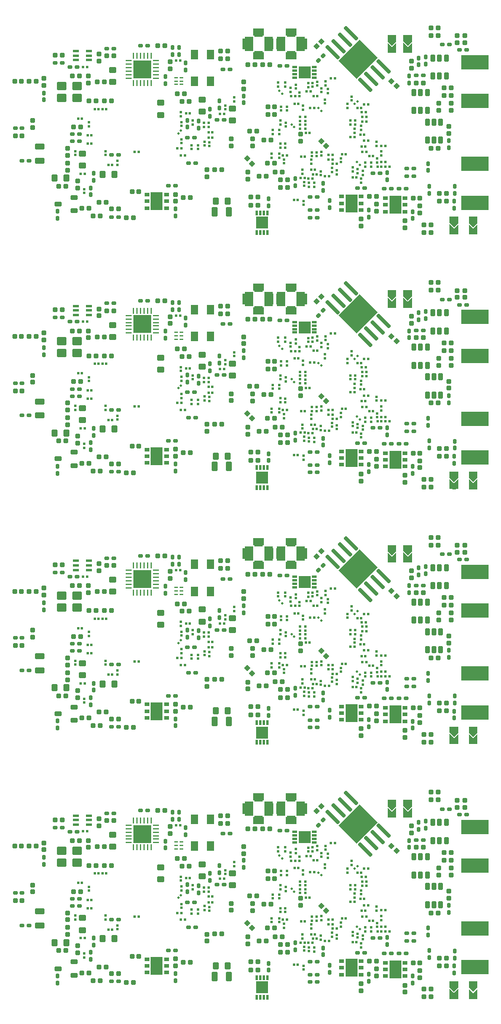
<source format=gbp>
G04*
G04 #@! TF.GenerationSoftware,Altium Limited,Altium Designer,19.1.6 (110)*
G04*
G04 Layer_Color=128*
%FSLAX44Y44*%
%MOMM*%
G71*
G01*
G75*
G04:AMPARAMS|DCode=14|XSize=0.5mm|YSize=0.6mm|CornerRadius=0.05mm|HoleSize=0mm|Usage=FLASHONLY|Rotation=90.000|XOffset=0mm|YOffset=0mm|HoleType=Round|Shape=RoundedRectangle|*
%AMROUNDEDRECTD14*
21,1,0.5000,0.5000,0,0,90.0*
21,1,0.4000,0.6000,0,0,90.0*
1,1,0.1000,0.2500,0.2000*
1,1,0.1000,0.2500,-0.2000*
1,1,0.1000,-0.2500,-0.2000*
1,1,0.1000,-0.2500,0.2000*
%
%ADD14ROUNDEDRECTD14*%
G04:AMPARAMS|DCode=15|XSize=1mm|YSize=0.9mm|CornerRadius=0.1125mm|HoleSize=0mm|Usage=FLASHONLY|Rotation=180.000|XOffset=0mm|YOffset=0mm|HoleType=Round|Shape=RoundedRectangle|*
%AMROUNDEDRECTD15*
21,1,1.0000,0.6750,0,0,180.0*
21,1,0.7750,0.9000,0,0,180.0*
1,1,0.2250,-0.3875,0.3375*
1,1,0.2250,0.3875,0.3375*
1,1,0.2250,0.3875,-0.3375*
1,1,0.2250,-0.3875,-0.3375*
%
%ADD15ROUNDEDRECTD15*%
G04:AMPARAMS|DCode=16|XSize=1mm|YSize=0.9mm|CornerRadius=0.1125mm|HoleSize=0mm|Usage=FLASHONLY|Rotation=270.000|XOffset=0mm|YOffset=0mm|HoleType=Round|Shape=RoundedRectangle|*
%AMROUNDEDRECTD16*
21,1,1.0000,0.6750,0,0,270.0*
21,1,0.7750,0.9000,0,0,270.0*
1,1,0.2250,-0.3375,-0.3875*
1,1,0.2250,-0.3375,0.3875*
1,1,0.2250,0.3375,0.3875*
1,1,0.2250,0.3375,-0.3875*
%
%ADD16ROUNDEDRECTD16*%
G04:AMPARAMS|DCode=17|XSize=0.6mm|YSize=0.6mm|CornerRadius=0.06mm|HoleSize=0mm|Usage=FLASHONLY|Rotation=180.000|XOffset=0mm|YOffset=0mm|HoleType=Round|Shape=RoundedRectangle|*
%AMROUNDEDRECTD17*
21,1,0.6000,0.4800,0,0,180.0*
21,1,0.4800,0.6000,0,0,180.0*
1,1,0.1200,-0.2400,0.2400*
1,1,0.1200,0.2400,0.2400*
1,1,0.1200,0.2400,-0.2400*
1,1,0.1200,-0.2400,-0.2400*
%
%ADD17ROUNDEDRECTD17*%
G04:AMPARAMS|DCode=18|XSize=0.6mm|YSize=0.6mm|CornerRadius=0.06mm|HoleSize=0mm|Usage=FLASHONLY|Rotation=90.000|XOffset=0mm|YOffset=0mm|HoleType=Round|Shape=RoundedRectangle|*
%AMROUNDEDRECTD18*
21,1,0.6000,0.4800,0,0,90.0*
21,1,0.4800,0.6000,0,0,90.0*
1,1,0.1200,0.2400,0.2400*
1,1,0.1200,0.2400,-0.2400*
1,1,0.1200,-0.2400,-0.2400*
1,1,0.1200,-0.2400,0.2400*
%
%ADD18ROUNDEDRECTD18*%
G04:AMPARAMS|DCode=19|XSize=0.5mm|YSize=0.6mm|CornerRadius=0.05mm|HoleSize=0mm|Usage=FLASHONLY|Rotation=0.000|XOffset=0mm|YOffset=0mm|HoleType=Round|Shape=RoundedRectangle|*
%AMROUNDEDRECTD19*
21,1,0.5000,0.5000,0,0,0.0*
21,1,0.4000,0.6000,0,0,0.0*
1,1,0.1000,0.2000,-0.2500*
1,1,0.1000,-0.2000,-0.2500*
1,1,0.1000,-0.2000,0.2500*
1,1,0.1000,0.2000,0.2500*
%
%ADD19ROUNDEDRECTD19*%
G04:AMPARAMS|DCode=25|XSize=0.6mm|YSize=1mm|CornerRadius=0.075mm|HoleSize=0mm|Usage=FLASHONLY|Rotation=270.000|XOffset=0mm|YOffset=0mm|HoleType=Round|Shape=RoundedRectangle|*
%AMROUNDEDRECTD25*
21,1,0.6000,0.8500,0,0,270.0*
21,1,0.4500,1.0000,0,0,270.0*
1,1,0.1500,-0.4250,-0.2250*
1,1,0.1500,-0.4250,0.2250*
1,1,0.1500,0.4250,0.2250*
1,1,0.1500,0.4250,-0.2250*
%
%ADD25ROUNDEDRECTD25*%
%ADD26R,0.3000X0.3500*%
G04:AMPARAMS|DCode=36|XSize=1.3mm|YSize=0.8mm|CornerRadius=0.1mm|HoleSize=0mm|Usage=FLASHONLY|Rotation=270.000|XOffset=0mm|YOffset=0mm|HoleType=Round|Shape=RoundedRectangle|*
%AMROUNDEDRECTD36*
21,1,1.3000,0.6000,0,0,270.0*
21,1,1.1000,0.8000,0,0,270.0*
1,1,0.2000,-0.3000,-0.5500*
1,1,0.2000,-0.3000,0.5500*
1,1,0.2000,0.3000,0.5500*
1,1,0.2000,0.3000,-0.5500*
%
%ADD36ROUNDEDRECTD36*%
%ADD44R,4.0000X2.0000*%
%ADD46R,0.3500X0.3000*%
%ADD87R,0.5250X0.2500*%
%ADD88R,0.5000X0.5000*%
%ADD89R,1.5500X1.0000*%
%ADD90R,1.2000X1.6000*%
%ADD91R,0.9500X1.6000*%
%ADD92R,1.2000X1.2000*%
%ADD93R,1.2000X2.1500*%
G04:AMPARAMS|DCode=94|XSize=0.6mm|YSize=0.6mm|CornerRadius=0.06mm|HoleSize=0mm|Usage=FLASHONLY|Rotation=225.000|XOffset=0mm|YOffset=0mm|HoleType=Round|Shape=RoundedRectangle|*
%AMROUNDEDRECTD94*
21,1,0.6000,0.4800,0,0,225.0*
21,1,0.4800,0.6000,0,0,225.0*
1,1,0.1200,-0.3394,0.0000*
1,1,0.1200,0.0000,0.3394*
1,1,0.1200,0.3394,0.0000*
1,1,0.1200,0.0000,-0.3394*
%
%ADD94ROUNDEDRECTD94*%
G04:AMPARAMS|DCode=95|XSize=0.55mm|YSize=2.6mm|CornerRadius=0.1375mm|HoleSize=0mm|Usage=FLASHONLY|Rotation=225.000|XOffset=0mm|YOffset=0mm|HoleType=Round|Shape=RoundedRectangle|*
%AMROUNDEDRECTD95*
21,1,0.5500,2.3250,0,0,225.0*
21,1,0.2750,2.6000,0,0,225.0*
1,1,0.2750,-0.9192,0.7248*
1,1,0.2750,-0.7248,0.9192*
1,1,0.2750,0.9192,-0.7248*
1,1,0.2750,0.7248,-0.9192*
%
%ADD95ROUNDEDRECTD95*%
G04:AMPARAMS|DCode=96|XSize=3.6mm|YSize=4.2mm|CornerRadius=0mm|HoleSize=0mm|Usage=FLASHONLY|Rotation=135.000|XOffset=0mm|YOffset=0mm|HoleType=Round|Shape=Rectangle|*
%AMROTATEDRECTD96*
4,1,4,2.7577,0.2121,-0.2121,-2.7577,-2.7577,-0.2121,0.2121,2.7577,2.7577,0.2121,0.0*
%
%ADD96ROTATEDRECTD96*%

G04:AMPARAMS|DCode=97|XSize=0.5mm|YSize=0.6mm|CornerRadius=0.05mm|HoleSize=0mm|Usage=FLASHONLY|Rotation=315.000|XOffset=0mm|YOffset=0mm|HoleType=Round|Shape=RoundedRectangle|*
%AMROUNDEDRECTD97*
21,1,0.5000,0.5000,0,0,315.0*
21,1,0.4000,0.6000,0,0,315.0*
1,1,0.1000,-0.0354,-0.3182*
1,1,0.1000,-0.3182,-0.0354*
1,1,0.1000,0.0354,0.3182*
1,1,0.1000,0.3182,0.0354*
%
%ADD97ROUNDEDRECTD97*%
G04:AMPARAMS|DCode=98|XSize=0.6mm|YSize=0.6mm|CornerRadius=0.06mm|HoleSize=0mm|Usage=FLASHONLY|Rotation=135.000|XOffset=0mm|YOffset=0mm|HoleType=Round|Shape=RoundedRectangle|*
%AMROUNDEDRECTD98*
21,1,0.6000,0.4800,0,0,135.0*
21,1,0.4800,0.6000,0,0,135.0*
1,1,0.1200,0.0000,0.3394*
1,1,0.1200,0.3394,0.0000*
1,1,0.1200,0.0000,-0.3394*
1,1,0.1200,-0.3394,0.0000*
%
%ADD98ROUNDEDRECTD98*%
%ADD99R,1.7000X2.5000*%
%ADD100R,0.7000X0.5000*%
G04:AMPARAMS|DCode=101|XSize=1.3mm|YSize=0.8mm|CornerRadius=0.1mm|HoleSize=0mm|Usage=FLASHONLY|Rotation=180.000|XOffset=0mm|YOffset=0mm|HoleType=Round|Shape=RoundedRectangle|*
%AMROUNDEDRECTD101*
21,1,1.3000,0.6000,0,0,180.0*
21,1,1.1000,0.8000,0,0,180.0*
1,1,0.2000,-0.5500,0.3000*
1,1,0.2000,0.5500,0.3000*
1,1,0.2000,0.5500,-0.3000*
1,1,0.2000,-0.5500,-0.3000*
%
%ADD101ROUNDEDRECTD101*%
G04:AMPARAMS|DCode=102|XSize=0.6mm|YSize=1mm|CornerRadius=0.075mm|HoleSize=0mm|Usage=FLASHONLY|Rotation=0.000|XOffset=0mm|YOffset=0mm|HoleType=Round|Shape=RoundedRectangle|*
%AMROUNDEDRECTD102*
21,1,0.6000,0.8500,0,0,0.0*
21,1,0.4500,1.0000,0,0,0.0*
1,1,0.1500,0.2250,-0.4250*
1,1,0.1500,-0.2250,-0.4250*
1,1,0.1500,-0.2250,0.4250*
1,1,0.1500,0.2250,0.4250*
%
%ADD102ROUNDEDRECTD102*%
G04:AMPARAMS|DCode=103|XSize=0.3mm|YSize=0.35mm|CornerRadius=0mm|HoleSize=0mm|Usage=FLASHONLY|Rotation=225.000|XOffset=0mm|YOffset=0mm|HoleType=Round|Shape=Rectangle|*
%AMROTATEDRECTD103*
4,1,4,-0.0177,0.2298,0.2298,-0.0177,0.0177,-0.2298,-0.2298,0.0177,-0.0177,0.2298,0.0*
%
%ADD103ROTATEDRECTD103*%

G04:AMPARAMS|DCode=104|XSize=0.3mm|YSize=0.35mm|CornerRadius=0mm|HoleSize=0mm|Usage=FLASHONLY|Rotation=315.000|XOffset=0mm|YOffset=0mm|HoleType=Round|Shape=Rectangle|*
%AMROTATEDRECTD104*
4,1,4,-0.2298,-0.0177,0.0177,0.2298,0.2298,0.0177,-0.0177,-0.2298,-0.2298,-0.0177,0.0*
%
%ADD104ROTATEDRECTD104*%

%ADD105R,0.8500X0.4000*%
G04:AMPARAMS|DCode=108|XSize=1.4mm|YSize=1.2mm|CornerRadius=0.15mm|HoleSize=0mm|Usage=FLASHONLY|Rotation=0.000|XOffset=0mm|YOffset=0mm|HoleType=Round|Shape=RoundedRectangle|*
%AMROUNDEDRECTD108*
21,1,1.4000,0.9000,0,0,0.0*
21,1,1.1000,1.2000,0,0,0.0*
1,1,0.3000,0.5500,-0.4500*
1,1,0.3000,-0.5500,-0.4500*
1,1,0.3000,-0.5500,0.4500*
1,1,0.3000,0.5500,0.4500*
%
%ADD108ROUNDEDRECTD108*%
%ADD109R,2.5000X2.5000*%
%ADD110O,0.2500X0.9000*%
%ADD111O,0.9000X0.2500*%
%ADD114R,1.0000X1.3500*%
%ADD115R,1.7000X1.7000*%
%ADD116R,0.6500X0.3000*%
%ADD117R,1.7000X1.7000*%
%ADD118R,0.3000X0.6500*%
G36*
X579500Y1377850D02*
X573250Y1371600D01*
X567000Y1377850D01*
X567000Y1386600D01*
X573250Y1386600D01*
X579500Y1386600D01*
X579500Y1377850D01*
D02*
G37*
G36*
X556750D02*
X550500Y1371600D01*
X544250Y1377850D01*
X544250Y1386600D01*
X550500Y1386600D01*
X556750Y1386600D01*
X556750Y1377850D01*
D02*
G37*
G36*
X579500Y1361600D02*
X567000D01*
Y1376100D01*
X573250Y1369850D01*
X579500Y1376100D01*
Y1361600D01*
D02*
G37*
G36*
X556750D02*
X544250D01*
Y1376100D01*
X550500Y1369850D01*
X556750Y1376100D01*
Y1361600D01*
D02*
G37*
G36*
X645500Y1118850D02*
X639250Y1112600D01*
X633000Y1118850D01*
X633000Y1127600D01*
X639250Y1127600D01*
X645500Y1127600D01*
X645500Y1118850D01*
D02*
G37*
G36*
X672750Y1118790D02*
X666500Y1112540D01*
X660250Y1118790D01*
X660250Y1127540D01*
X666500Y1127540D01*
X672750Y1127540D01*
X672750Y1118790D01*
D02*
G37*
G36*
X645500Y1102600D02*
X633000D01*
Y1117100D01*
X639250Y1110850D01*
X645500Y1117100D01*
Y1102600D01*
D02*
G37*
G36*
X672750Y1102540D02*
X660250D01*
Y1117040D01*
X666500Y1110790D01*
X672750Y1117040D01*
Y1102540D01*
D02*
G37*
G36*
X579500Y1014150D02*
X573250Y1007900D01*
X567000Y1014150D01*
X567000Y1022900D01*
X573250Y1022900D01*
X579500Y1022900D01*
X579500Y1014150D01*
D02*
G37*
G36*
X556750D02*
X550500Y1007900D01*
X544250Y1014150D01*
X544250Y1022900D01*
X550500Y1022900D01*
X556750Y1022900D01*
X556750Y1014150D01*
D02*
G37*
G36*
X579500Y997900D02*
X567000D01*
Y1012400D01*
X573250Y1006150D01*
X579500Y1012400D01*
Y997900D01*
D02*
G37*
G36*
X556750D02*
X544250D01*
Y1012400D01*
X550500Y1006150D01*
X556750Y1012400D01*
Y997900D01*
D02*
G37*
G36*
X645500Y755151D02*
X639250Y748900D01*
X633000Y755151D01*
X633000Y763900D01*
X639250Y763900D01*
X645500Y763900D01*
X645500Y755151D01*
D02*
G37*
G36*
X672750Y755090D02*
X666500Y748840D01*
X660250Y755090D01*
X660250Y763840D01*
X666500Y763840D01*
X672750Y763840D01*
X672750Y755090D01*
D02*
G37*
G36*
X645500Y738900D02*
X633000D01*
Y753400D01*
X639250Y747150D01*
X645500Y753400D01*
Y738900D01*
D02*
G37*
G36*
X672750Y738840D02*
X660250D01*
Y753340D01*
X666500Y747090D01*
X672750Y753340D01*
Y738840D01*
D02*
G37*
G36*
X579500Y650450D02*
X573250Y644200D01*
X567000Y650450D01*
X567000Y659200D01*
X573250Y659200D01*
X579500Y659200D01*
X579500Y650450D01*
D02*
G37*
G36*
X556750D02*
X550500Y644200D01*
X544250Y650450D01*
X544250Y659200D01*
X550500Y659200D01*
X556750Y659200D01*
X556750Y650450D01*
D02*
G37*
G36*
X579500Y634200D02*
X567000D01*
Y648700D01*
X573250Y642450D01*
X579500Y648700D01*
Y634200D01*
D02*
G37*
G36*
X556750D02*
X544250D01*
Y648700D01*
X550500Y642450D01*
X556750Y648700D01*
Y634200D01*
D02*
G37*
G36*
X645500Y391450D02*
X639250Y385200D01*
X633000Y391450D01*
X633000Y400200D01*
X639250Y400200D01*
X645500Y400200D01*
X645500Y391450D01*
D02*
G37*
G36*
X672750Y391390D02*
X666500Y385140D01*
X660250Y391390D01*
X660250Y400140D01*
X666500Y400140D01*
X672750Y400140D01*
X672750Y391390D01*
D02*
G37*
G36*
X645500Y375200D02*
X633000D01*
Y389700D01*
X639250Y383450D01*
X645500Y389700D01*
Y375200D01*
D02*
G37*
G36*
X672750Y375140D02*
X660250D01*
Y389640D01*
X666500Y383390D01*
X672750Y389640D01*
Y375140D01*
D02*
G37*
G36*
X579500Y286750D02*
X573250Y280500D01*
X567000Y286750D01*
X567000Y295500D01*
X573250Y295500D01*
X579500Y295500D01*
X579500Y286750D01*
D02*
G37*
G36*
X556750D02*
X550500Y280500D01*
X544250Y286750D01*
X544250Y295500D01*
X550500Y295500D01*
X556750Y295500D01*
X556750Y286750D01*
D02*
G37*
G36*
X579500Y270500D02*
X567000D01*
Y285000D01*
X573250Y278750D01*
X579500Y285000D01*
Y270500D01*
D02*
G37*
G36*
X556750D02*
X544250D01*
Y285000D01*
X550500Y278750D01*
X556750Y285000D01*
Y270500D01*
D02*
G37*
G36*
X645500Y27750D02*
X639250Y21500D01*
X633000Y27750D01*
X633000Y36500D01*
X639250Y36500D01*
X645500Y36500D01*
X645500Y27750D01*
D02*
G37*
G36*
X672750Y27690D02*
X666500Y21440D01*
X660250Y27690D01*
X660250Y36440D01*
X666500Y36440D01*
X672750Y36440D01*
X672750Y27690D01*
D02*
G37*
G36*
X645500Y11500D02*
X633000D01*
Y26000D01*
X639250Y19750D01*
X645500Y26000D01*
Y11500D01*
D02*
G37*
G36*
X672750Y11440D02*
X660250D01*
Y25940D01*
X666500Y19690D01*
X672750Y25940D01*
Y11440D01*
D02*
G37*
D14*
X79750Y256250D02*
D03*
X69750D02*
D03*
X260000Y113250D02*
D03*
X270000D02*
D03*
X241250Y80500D02*
D03*
X231250D02*
D03*
X12500Y162750D02*
D03*
X22500D02*
D03*
X94250Y154250D02*
D03*
X104250D02*
D03*
X94250Y144250D02*
D03*
X104250D02*
D03*
X160250Y124750D02*
D03*
X150250D02*
D03*
X571647Y105000D02*
D03*
X581647D02*
D03*
X22500Y116500D02*
D03*
X32500D02*
D03*
X258750Y149500D02*
D03*
X268750D02*
D03*
X300750Y174500D02*
D03*
X310750D02*
D03*
X150250Y36250D02*
D03*
X160250Y36250D02*
D03*
X549865Y76555D02*
D03*
X539865D02*
D03*
X560865D02*
D03*
X570865D02*
D03*
X511250Y77500D02*
D03*
X501250D02*
D03*
X309500Y247000D02*
D03*
X319500D02*
D03*
X101000Y250250D02*
D03*
X91000D02*
D03*
X201750Y280250D02*
D03*
X191750D02*
D03*
X390500Y252000D02*
D03*
X400500D02*
D03*
X523250Y98750D02*
D03*
X533250D02*
D03*
X595250Y238000D02*
D03*
X585250D02*
D03*
X143000Y276500D02*
D03*
X153000D02*
D03*
X434000Y35500D02*
D03*
X444000D02*
D03*
X434000Y45750D02*
D03*
X444000D02*
D03*
X581647Y94000D02*
D03*
X571647D02*
D03*
X443918Y64667D02*
D03*
X433918D02*
D03*
X632500Y282250D02*
D03*
X622500Y282250D02*
D03*
X657000Y274500D02*
D03*
X647000D02*
D03*
X79750Y619950D02*
D03*
X69750D02*
D03*
X260000Y476950D02*
D03*
X270000D02*
D03*
X241250Y444200D02*
D03*
X231250D02*
D03*
X12500Y526450D02*
D03*
X22500D02*
D03*
X94250Y517950D02*
D03*
X104250D02*
D03*
X94250Y507950D02*
D03*
X104250D02*
D03*
X160250Y488450D02*
D03*
X150250D02*
D03*
X571647Y468700D02*
D03*
X581647D02*
D03*
X22500Y480200D02*
D03*
X32500D02*
D03*
X258750Y513200D02*
D03*
X268750D02*
D03*
X300750Y538200D02*
D03*
X310750D02*
D03*
X150250Y399950D02*
D03*
X160250Y399950D02*
D03*
X549865Y440255D02*
D03*
X539865D02*
D03*
X560865D02*
D03*
X570865D02*
D03*
X511250Y441200D02*
D03*
X501250D02*
D03*
X309500Y610700D02*
D03*
X319500D02*
D03*
X101000Y613950D02*
D03*
X91000D02*
D03*
X201750Y643950D02*
D03*
X191750D02*
D03*
X390500Y615700D02*
D03*
X400500D02*
D03*
X523250Y462450D02*
D03*
X533250D02*
D03*
X595250Y601700D02*
D03*
X585250D02*
D03*
X143000Y640200D02*
D03*
X153000D02*
D03*
X434000Y399200D02*
D03*
X444000D02*
D03*
X434000Y409450D02*
D03*
X444000D02*
D03*
X581647Y457700D02*
D03*
X571647D02*
D03*
X443918Y428367D02*
D03*
X433918D02*
D03*
X632500Y645950D02*
D03*
X622500Y645950D02*
D03*
X657000Y638200D02*
D03*
X647000D02*
D03*
X79750Y983650D02*
D03*
X69750D02*
D03*
X260000Y840650D02*
D03*
X270000D02*
D03*
X241250Y807900D02*
D03*
X231250D02*
D03*
X12500Y890150D02*
D03*
X22500D02*
D03*
X94250Y881650D02*
D03*
X104250D02*
D03*
X94250Y871650D02*
D03*
X104250D02*
D03*
X160250Y852150D02*
D03*
X150250D02*
D03*
X571647Y832400D02*
D03*
X581647D02*
D03*
X22500Y843900D02*
D03*
X32500D02*
D03*
X258750Y876900D02*
D03*
X268750D02*
D03*
X300750Y901900D02*
D03*
X310750D02*
D03*
X150250Y763650D02*
D03*
X160250Y763650D02*
D03*
X549865Y803955D02*
D03*
X539865D02*
D03*
X560865D02*
D03*
X570865D02*
D03*
X511250Y804900D02*
D03*
X501250D02*
D03*
X309500Y974400D02*
D03*
X319500D02*
D03*
X101000Y977650D02*
D03*
X91000D02*
D03*
X201750Y1007650D02*
D03*
X191750D02*
D03*
X390500Y979400D02*
D03*
X400500D02*
D03*
X523250Y826150D02*
D03*
X533250D02*
D03*
X595250Y965400D02*
D03*
X585250D02*
D03*
X143000Y1003900D02*
D03*
X153000D02*
D03*
X434000Y762900D02*
D03*
X444000D02*
D03*
X434000Y773150D02*
D03*
X444000D02*
D03*
X581647Y821400D02*
D03*
X571647D02*
D03*
X443918Y792067D02*
D03*
X433918D02*
D03*
X632500Y1009650D02*
D03*
X622500Y1009650D02*
D03*
X657000Y1001900D02*
D03*
X647000D02*
D03*
X79750Y1347350D02*
D03*
X69750D02*
D03*
X260000Y1204350D02*
D03*
X270000D02*
D03*
X241250Y1171600D02*
D03*
X231250D02*
D03*
X12500Y1253850D02*
D03*
X22500D02*
D03*
X94250Y1245350D02*
D03*
X104250D02*
D03*
X94250Y1235350D02*
D03*
X104250D02*
D03*
X160250Y1215850D02*
D03*
X150250D02*
D03*
X571647Y1196100D02*
D03*
X581647D02*
D03*
X22500Y1207600D02*
D03*
X32500D02*
D03*
X258750Y1240600D02*
D03*
X268750D02*
D03*
X300750Y1265600D02*
D03*
X310750D02*
D03*
X150250Y1127350D02*
D03*
X160250Y1127350D02*
D03*
X549865Y1167655D02*
D03*
X539865D02*
D03*
X560865D02*
D03*
X570865D02*
D03*
X511250Y1168600D02*
D03*
X501250D02*
D03*
X309500Y1338100D02*
D03*
X319500D02*
D03*
X101000Y1341350D02*
D03*
X91000D02*
D03*
X201750Y1371350D02*
D03*
X191750D02*
D03*
X390500Y1343100D02*
D03*
X400500D02*
D03*
X523250Y1189850D02*
D03*
X533250D02*
D03*
X595250Y1329100D02*
D03*
X585250D02*
D03*
X143000Y1367600D02*
D03*
X153000D02*
D03*
X434000Y1126600D02*
D03*
X444000D02*
D03*
X434000Y1136850D02*
D03*
X444000D02*
D03*
X581647Y1185100D02*
D03*
X571647D02*
D03*
X443918Y1155767D02*
D03*
X433918D02*
D03*
X632500Y1373350D02*
D03*
X622500Y1373350D02*
D03*
X657000Y1365600D02*
D03*
X647000D02*
D03*
D15*
X151500Y228750D02*
D03*
Y245750D02*
D03*
X108500Y109750D02*
D03*
Y126750D02*
D03*
X220500Y182000D02*
D03*
Y199000D02*
D03*
X323000Y190750D02*
D03*
Y173750D02*
D03*
X279349Y186350D02*
D03*
Y203350D02*
D03*
X151500Y592450D02*
D03*
Y609450D02*
D03*
X108500Y473450D02*
D03*
Y490450D02*
D03*
X220500Y545700D02*
D03*
Y562700D02*
D03*
X323000Y554450D02*
D03*
Y537450D02*
D03*
X279349Y550050D02*
D03*
Y567050D02*
D03*
X151500Y956150D02*
D03*
Y973150D02*
D03*
X108500Y837150D02*
D03*
Y854150D02*
D03*
X220500Y909400D02*
D03*
Y926400D02*
D03*
X323000Y918150D02*
D03*
Y901150D02*
D03*
X279349Y913750D02*
D03*
Y930750D02*
D03*
X151500Y1319850D02*
D03*
Y1336850D02*
D03*
X108500Y1200850D02*
D03*
Y1217850D02*
D03*
X220500Y1273100D02*
D03*
Y1290100D02*
D03*
X323000Y1281850D02*
D03*
Y1264850D02*
D03*
X279349Y1277450D02*
D03*
Y1294450D02*
D03*
D16*
X85750Y91750D02*
D03*
X68750D02*
D03*
X154250Y97250D02*
D03*
X137250D02*
D03*
X299000Y58750D02*
D03*
X316000D02*
D03*
X85750Y455450D02*
D03*
X68750D02*
D03*
X154250Y460950D02*
D03*
X137250D02*
D03*
X299000Y422450D02*
D03*
X316000D02*
D03*
X85750Y819150D02*
D03*
X68750D02*
D03*
X154250Y824650D02*
D03*
X137250D02*
D03*
X299000Y786150D02*
D03*
X316000D02*
D03*
X85750Y1182850D02*
D03*
X68750D02*
D03*
X154250Y1188350D02*
D03*
X137250D02*
D03*
X299000Y1149850D02*
D03*
X316000D02*
D03*
D17*
X132000Y258750D02*
D03*
Y268750D02*
D03*
X37750Y174000D02*
D03*
Y164000D02*
D03*
X102000Y77500D02*
D03*
Y87500D02*
D03*
X241250Y58500D02*
D03*
Y68500D02*
D03*
X286349Y93851D02*
D03*
Y103851D02*
D03*
X590500Y42000D02*
D03*
Y52000D02*
D03*
X528115Y44305D02*
D03*
Y54305D02*
D03*
X569365Y21055D02*
D03*
Y31055D02*
D03*
X506865Y23305D02*
D03*
Y33305D02*
D03*
X617250Y198250D02*
D03*
Y188250D02*
D03*
X631750Y165500D02*
D03*
Y155500D02*
D03*
X635000Y188250D02*
D03*
Y198250D02*
D03*
X578500Y258500D02*
D03*
Y248500D02*
D03*
X87750Y124250D02*
D03*
Y134250D02*
D03*
Y103250D02*
D03*
Y113250D02*
D03*
X320750Y137750D02*
D03*
Y147750D02*
D03*
X351750Y147500D02*
D03*
Y137500D02*
D03*
X339000Y219000D02*
D03*
Y229000D02*
D03*
X53750Y234250D02*
D03*
Y224250D02*
D03*
X117001Y237499D02*
D03*
Y227499D02*
D03*
X419760Y144714D02*
D03*
Y154714D02*
D03*
X233750Y257750D02*
D03*
Y247750D02*
D03*
X654500Y295000D02*
D03*
Y285000D02*
D03*
X643500Y295000D02*
D03*
Y285000D02*
D03*
X344750Y100000D02*
D03*
Y90000D02*
D03*
X132000Y622450D02*
D03*
Y632450D02*
D03*
X37750Y537700D02*
D03*
Y527700D02*
D03*
X102000Y441200D02*
D03*
Y451200D02*
D03*
X241250Y422200D02*
D03*
Y432200D02*
D03*
X286349Y457551D02*
D03*
Y467551D02*
D03*
X590500Y405700D02*
D03*
Y415700D02*
D03*
X528115Y408005D02*
D03*
Y418005D02*
D03*
X569365Y384755D02*
D03*
Y394755D02*
D03*
X506865Y387005D02*
D03*
Y397005D02*
D03*
X617250Y561950D02*
D03*
Y551950D02*
D03*
X631750Y529200D02*
D03*
Y519200D02*
D03*
X635000Y551950D02*
D03*
Y561950D02*
D03*
X578500Y622200D02*
D03*
Y612200D02*
D03*
X87750Y487950D02*
D03*
Y497950D02*
D03*
Y466950D02*
D03*
Y476950D02*
D03*
X320750Y501450D02*
D03*
Y511450D02*
D03*
X351750Y511200D02*
D03*
Y501200D02*
D03*
X339000Y582700D02*
D03*
Y592700D02*
D03*
X53750Y597950D02*
D03*
Y587950D02*
D03*
X117001Y601199D02*
D03*
Y591199D02*
D03*
X419760Y508414D02*
D03*
Y518414D02*
D03*
X233750Y621450D02*
D03*
Y611450D02*
D03*
X654500Y658700D02*
D03*
Y648700D02*
D03*
X643500Y658700D02*
D03*
Y648700D02*
D03*
X344750Y463700D02*
D03*
Y453700D02*
D03*
X132000Y986150D02*
D03*
Y996150D02*
D03*
X37750Y901400D02*
D03*
Y891400D02*
D03*
X102000Y804900D02*
D03*
Y814900D02*
D03*
X241250Y785900D02*
D03*
Y795900D02*
D03*
X286349Y821251D02*
D03*
Y831251D02*
D03*
X590500Y769400D02*
D03*
Y779400D02*
D03*
X528115Y771705D02*
D03*
Y781705D02*
D03*
X569365Y748455D02*
D03*
Y758455D02*
D03*
X506865Y750705D02*
D03*
Y760705D02*
D03*
X617250Y925650D02*
D03*
Y915650D02*
D03*
X631750Y892900D02*
D03*
Y882900D02*
D03*
X635000Y915650D02*
D03*
Y925650D02*
D03*
X578500Y985900D02*
D03*
Y975900D02*
D03*
X87750Y851650D02*
D03*
Y861650D02*
D03*
Y830650D02*
D03*
Y840650D02*
D03*
X320750Y865150D02*
D03*
Y875150D02*
D03*
X351750Y874900D02*
D03*
Y864900D02*
D03*
X339000Y946400D02*
D03*
Y956400D02*
D03*
X53750Y961650D02*
D03*
Y951650D02*
D03*
X117001Y964899D02*
D03*
Y954899D02*
D03*
X419760Y872114D02*
D03*
Y882114D02*
D03*
X233750Y985150D02*
D03*
Y975150D02*
D03*
X654500Y1022400D02*
D03*
Y1012400D02*
D03*
X643500Y1022400D02*
D03*
Y1012400D02*
D03*
X344750Y827400D02*
D03*
Y817400D02*
D03*
X132000Y1349850D02*
D03*
Y1359850D02*
D03*
X37750Y1265100D02*
D03*
Y1255100D02*
D03*
X102000Y1168600D02*
D03*
Y1178600D02*
D03*
X241250Y1149600D02*
D03*
Y1159600D02*
D03*
X286349Y1184951D02*
D03*
Y1194951D02*
D03*
X590500Y1133100D02*
D03*
Y1143100D02*
D03*
X528115Y1135405D02*
D03*
Y1145405D02*
D03*
X569365Y1112155D02*
D03*
Y1122155D02*
D03*
X506865Y1114405D02*
D03*
Y1124405D02*
D03*
X617250Y1289350D02*
D03*
Y1279350D02*
D03*
X631750Y1256600D02*
D03*
Y1246600D02*
D03*
X635000Y1279350D02*
D03*
Y1289350D02*
D03*
X578500Y1349600D02*
D03*
Y1339600D02*
D03*
X87750Y1215350D02*
D03*
Y1225350D02*
D03*
Y1194350D02*
D03*
Y1204350D02*
D03*
X320750Y1228850D02*
D03*
Y1238850D02*
D03*
X351750Y1238600D02*
D03*
Y1228600D02*
D03*
X339000Y1310100D02*
D03*
Y1320100D02*
D03*
X53750Y1325350D02*
D03*
Y1315350D02*
D03*
X117001Y1328599D02*
D03*
Y1318599D02*
D03*
X419760Y1235814D02*
D03*
Y1245814D02*
D03*
X233750Y1348850D02*
D03*
Y1338850D02*
D03*
X654500Y1386100D02*
D03*
Y1376100D02*
D03*
X643500Y1386100D02*
D03*
Y1376100D02*
D03*
X344750Y1191100D02*
D03*
Y1181100D02*
D03*
D18*
X32750Y229500D02*
D03*
X42750D02*
D03*
X349000Y64750D02*
D03*
X359000D02*
D03*
X349000Y52750D02*
D03*
X359000D02*
D03*
X244250Y211750D02*
D03*
X254250D02*
D03*
X251000Y201000D02*
D03*
X261000D02*
D03*
X606750Y295250D02*
D03*
X616750D02*
D03*
X262250Y63750D02*
D03*
X252250D02*
D03*
X22525Y151705D02*
D03*
X12525D02*
D03*
X139500Y228750D02*
D03*
X129500D02*
D03*
X189250Y72500D02*
D03*
X179250D02*
D03*
X132500Y57250D02*
D03*
X142500D02*
D03*
X606500Y25250D02*
D03*
X596500D02*
D03*
X606500Y14250D02*
D03*
X596500D02*
D03*
X150250Y47500D02*
D03*
X160250D02*
D03*
X635000Y220250D02*
D03*
X625000D02*
D03*
X181250Y35000D02*
D03*
X171250D02*
D03*
X590615Y63055D02*
D03*
X580615D02*
D03*
X528115Y65305D02*
D03*
X518115D02*
D03*
X74500Y80250D02*
D03*
X84500D02*
D03*
X124000Y37500D02*
D03*
X134000D02*
D03*
X108000Y48500D02*
D03*
X118000D02*
D03*
X616750Y134250D02*
D03*
X606750D02*
D03*
X595250Y227500D02*
D03*
X585250Y227500D02*
D03*
X635000Y209250D02*
D03*
X625000D02*
D03*
X297500Y104000D02*
D03*
X307500D02*
D03*
X347214Y158600D02*
D03*
X357214D02*
D03*
X365750Y253750D02*
D03*
X375750D02*
D03*
X344750D02*
D03*
X354750D02*
D03*
X118000Y201750D02*
D03*
X128000D02*
D03*
X149750D02*
D03*
X139750D02*
D03*
X96000Y164750D02*
D03*
X106000D02*
D03*
X79750Y267250D02*
D03*
X69750D02*
D03*
X104250Y237500D02*
D03*
X94250D02*
D03*
X216250Y280250D02*
D03*
X226250D02*
D03*
X606750Y306250D02*
D03*
X616750D02*
D03*
X368010Y146214D02*
D03*
X378010D02*
D03*
X373260Y193714D02*
D03*
X383260D02*
D03*
X373223Y182750D02*
D03*
X383223D02*
D03*
X373000Y112777D02*
D03*
X383000D02*
D03*
X371000Y94277D02*
D03*
X361000D02*
D03*
X401500Y89027D02*
D03*
X391500D02*
D03*
X393500Y100027D02*
D03*
X383500D02*
D03*
X401510Y77964D02*
D03*
X391510D02*
D03*
X306000Y261750D02*
D03*
X316000D02*
D03*
X305944Y272913D02*
D03*
X315944D02*
D03*
X143000Y266000D02*
D03*
X153000D02*
D03*
X21750Y229500D02*
D03*
X11750D02*
D03*
X618000Y58780D02*
D03*
X628000D02*
D03*
X618000Y69750D02*
D03*
X628000D02*
D03*
X32750Y593200D02*
D03*
X42750D02*
D03*
X349000Y428450D02*
D03*
X359000D02*
D03*
X349000Y416450D02*
D03*
X359000D02*
D03*
X244250Y575450D02*
D03*
X254250D02*
D03*
X251000Y564700D02*
D03*
X261000D02*
D03*
X606750Y658950D02*
D03*
X616750D02*
D03*
X262250Y427450D02*
D03*
X252250D02*
D03*
X22525Y515405D02*
D03*
X12525D02*
D03*
X139500Y592450D02*
D03*
X129500D02*
D03*
X189250Y436200D02*
D03*
X179250D02*
D03*
X132500Y420950D02*
D03*
X142500D02*
D03*
X606500Y388950D02*
D03*
X596500D02*
D03*
X606500Y377950D02*
D03*
X596500D02*
D03*
X150250Y411200D02*
D03*
X160250D02*
D03*
X635000Y583950D02*
D03*
X625000D02*
D03*
X181250Y398700D02*
D03*
X171250D02*
D03*
X590615Y426755D02*
D03*
X580615D02*
D03*
X528115Y429005D02*
D03*
X518115D02*
D03*
X74500Y443950D02*
D03*
X84500D02*
D03*
X124000Y401200D02*
D03*
X134000D02*
D03*
X108000Y412200D02*
D03*
X118000D02*
D03*
X616750Y497950D02*
D03*
X606750D02*
D03*
X595250Y591200D02*
D03*
X585250Y591200D02*
D03*
X635000Y572950D02*
D03*
X625000D02*
D03*
X297500Y467700D02*
D03*
X307500D02*
D03*
X347214Y522300D02*
D03*
X357214D02*
D03*
X365750Y617450D02*
D03*
X375750D02*
D03*
X344750D02*
D03*
X354750D02*
D03*
X118000Y565450D02*
D03*
X128000D02*
D03*
X149750D02*
D03*
X139750D02*
D03*
X96000Y528450D02*
D03*
X106000D02*
D03*
X79750Y630950D02*
D03*
X69750D02*
D03*
X104250Y601200D02*
D03*
X94250D02*
D03*
X216250Y643950D02*
D03*
X226250D02*
D03*
X606750Y669950D02*
D03*
X616750D02*
D03*
X368010Y509914D02*
D03*
X378010D02*
D03*
X373260Y557414D02*
D03*
X383260D02*
D03*
X373223Y546450D02*
D03*
X383223D02*
D03*
X373000Y476477D02*
D03*
X383000D02*
D03*
X371000Y457977D02*
D03*
X361000D02*
D03*
X401500Y452727D02*
D03*
X391500D02*
D03*
X393500Y463727D02*
D03*
X383500D02*
D03*
X401510Y441664D02*
D03*
X391510D02*
D03*
X306000Y625450D02*
D03*
X316000D02*
D03*
X305944Y636613D02*
D03*
X315944D02*
D03*
X143000Y629700D02*
D03*
X153000D02*
D03*
X21750Y593200D02*
D03*
X11750D02*
D03*
X618000Y422480D02*
D03*
X628000D02*
D03*
X618000Y433450D02*
D03*
X628000D02*
D03*
X32750Y956900D02*
D03*
X42750D02*
D03*
X349000Y792150D02*
D03*
X359000D02*
D03*
X349000Y780150D02*
D03*
X359000D02*
D03*
X244250Y939150D02*
D03*
X254250D02*
D03*
X251000Y928400D02*
D03*
X261000D02*
D03*
X606750Y1022650D02*
D03*
X616750D02*
D03*
X262250Y791150D02*
D03*
X252250D02*
D03*
X22525Y879105D02*
D03*
X12525D02*
D03*
X139500Y956150D02*
D03*
X129500D02*
D03*
X189250Y799900D02*
D03*
X179250D02*
D03*
X132500Y784650D02*
D03*
X142500D02*
D03*
X606500Y752650D02*
D03*
X596500D02*
D03*
X606500Y741650D02*
D03*
X596500D02*
D03*
X150250Y774900D02*
D03*
X160250D02*
D03*
X635000Y947650D02*
D03*
X625000D02*
D03*
X181250Y762400D02*
D03*
X171250D02*
D03*
X590615Y790455D02*
D03*
X580615D02*
D03*
X528115Y792705D02*
D03*
X518115D02*
D03*
X74500Y807650D02*
D03*
X84500D02*
D03*
X124000Y764900D02*
D03*
X134000D02*
D03*
X108000Y775900D02*
D03*
X118000D02*
D03*
X616750Y861650D02*
D03*
X606750D02*
D03*
X595250Y954900D02*
D03*
X585250Y954900D02*
D03*
X635000Y936650D02*
D03*
X625000D02*
D03*
X297500Y831400D02*
D03*
X307500D02*
D03*
X347214Y886000D02*
D03*
X357214D02*
D03*
X365750Y981150D02*
D03*
X375750D02*
D03*
X344750D02*
D03*
X354750D02*
D03*
X118000Y929150D02*
D03*
X128000D02*
D03*
X149750D02*
D03*
X139750D02*
D03*
X96000Y892150D02*
D03*
X106000D02*
D03*
X79750Y994650D02*
D03*
X69750D02*
D03*
X104250Y964900D02*
D03*
X94250D02*
D03*
X216250Y1007650D02*
D03*
X226250D02*
D03*
X606750Y1033650D02*
D03*
X616750D02*
D03*
X368010Y873614D02*
D03*
X378010D02*
D03*
X373260Y921114D02*
D03*
X383260D02*
D03*
X373223Y910150D02*
D03*
X383223D02*
D03*
X373000Y840177D02*
D03*
X383000D02*
D03*
X371000Y821677D02*
D03*
X361000D02*
D03*
X401500Y816427D02*
D03*
X391500D02*
D03*
X393500Y827427D02*
D03*
X383500D02*
D03*
X401510Y805364D02*
D03*
X391510D02*
D03*
X306000Y989150D02*
D03*
X316000D02*
D03*
X305944Y1000313D02*
D03*
X315944D02*
D03*
X143000Y993400D02*
D03*
X153000D02*
D03*
X21750Y956900D02*
D03*
X11750D02*
D03*
X618000Y786180D02*
D03*
X628000D02*
D03*
X618000Y797150D02*
D03*
X628000D02*
D03*
X32750Y1320600D02*
D03*
X42750D02*
D03*
X349000Y1155850D02*
D03*
X359000D02*
D03*
X349000Y1143850D02*
D03*
X359000D02*
D03*
X244250Y1302850D02*
D03*
X254250D02*
D03*
X251000Y1292100D02*
D03*
X261000D02*
D03*
X606750Y1386350D02*
D03*
X616750D02*
D03*
X262250Y1154850D02*
D03*
X252250D02*
D03*
X22525Y1242805D02*
D03*
X12525D02*
D03*
X139500Y1319850D02*
D03*
X129500D02*
D03*
X189250Y1163600D02*
D03*
X179250D02*
D03*
X132500Y1148350D02*
D03*
X142500D02*
D03*
X606500Y1116350D02*
D03*
X596500D02*
D03*
X606500Y1105350D02*
D03*
X596500D02*
D03*
X150250Y1138600D02*
D03*
X160250D02*
D03*
X635000Y1311350D02*
D03*
X625000D02*
D03*
X181250Y1126100D02*
D03*
X171250D02*
D03*
X590615Y1154155D02*
D03*
X580615D02*
D03*
X528115Y1156405D02*
D03*
X518115D02*
D03*
X74500Y1171350D02*
D03*
X84500D02*
D03*
X124000Y1128600D02*
D03*
X134000D02*
D03*
X108000Y1139600D02*
D03*
X118000D02*
D03*
X616750Y1225350D02*
D03*
X606750D02*
D03*
X595250Y1318600D02*
D03*
X585250Y1318600D02*
D03*
X635000Y1300350D02*
D03*
X625000D02*
D03*
X297500Y1195100D02*
D03*
X307500D02*
D03*
X347214Y1249700D02*
D03*
X357214D02*
D03*
X365750Y1344850D02*
D03*
X375750D02*
D03*
X344750D02*
D03*
X354750D02*
D03*
X118000Y1292850D02*
D03*
X128000D02*
D03*
X149750D02*
D03*
X139750D02*
D03*
X96000Y1255850D02*
D03*
X106000D02*
D03*
X79750Y1358350D02*
D03*
X69750D02*
D03*
X104250Y1328600D02*
D03*
X94250D02*
D03*
X216250Y1371350D02*
D03*
X226250D02*
D03*
X606750Y1397350D02*
D03*
X616750D02*
D03*
X368010Y1237314D02*
D03*
X378010D02*
D03*
X373260Y1284814D02*
D03*
X383260D02*
D03*
X373223Y1273850D02*
D03*
X383223D02*
D03*
X373000Y1203877D02*
D03*
X383000D02*
D03*
X371000Y1185377D02*
D03*
X361000D02*
D03*
X401500Y1180127D02*
D03*
X391500D02*
D03*
X393500Y1191127D02*
D03*
X383500D02*
D03*
X401510Y1169064D02*
D03*
X391510D02*
D03*
X306000Y1352850D02*
D03*
X316000D02*
D03*
X305944Y1364014D02*
D03*
X315944D02*
D03*
X143000Y1357100D02*
D03*
X153000D02*
D03*
X21750Y1320600D02*
D03*
X11750D02*
D03*
X618000Y1149880D02*
D03*
X628000D02*
D03*
X618000Y1160850D02*
D03*
X628000D02*
D03*
D19*
X374375Y62250D02*
D03*
Y52250D02*
D03*
X304500Y201750D02*
D03*
Y191750D02*
D03*
X241250Y47500D02*
D03*
Y37500D02*
D03*
X120250Y67750D02*
D03*
Y77750D02*
D03*
X451918Y84250D02*
D03*
Y74250D02*
D03*
X603750Y70250D02*
D03*
Y80250D02*
D03*
X602250Y112500D02*
D03*
Y102500D02*
D03*
X274250Y163000D02*
D03*
Y173000D02*
D03*
X258000Y174250D02*
D03*
Y164250D02*
D03*
X290250Y180250D02*
D03*
Y190250D02*
D03*
X580060Y34000D02*
D03*
Y44000D02*
D03*
X461500Y49500D02*
D03*
Y59500D02*
D03*
X517615Y36305D02*
D03*
Y46305D02*
D03*
X574750Y237500D02*
D03*
Y227500D02*
D03*
X589000Y253250D02*
D03*
Y263250D02*
D03*
X631750Y135000D02*
D03*
Y145000D02*
D03*
X73250Y44250D02*
D03*
Y34250D02*
D03*
X53750Y213250D02*
D03*
Y203250D02*
D03*
X339250Y209000D02*
D03*
Y199000D02*
D03*
X227000Y226750D02*
D03*
Y236750D02*
D03*
X640000Y80000D02*
D03*
Y70000D02*
D03*
X412750Y81250D02*
D03*
X412750Y91250D02*
D03*
X256000Y256000D02*
D03*
Y246000D02*
D03*
X246500Y268000D02*
D03*
Y278000D02*
D03*
X237250Y268000D02*
D03*
Y278000D02*
D03*
X599000Y264750D02*
D03*
Y254750D02*
D03*
X543819Y89319D02*
D03*
Y99319D02*
D03*
X639750Y48500D02*
D03*
Y58500D02*
D03*
X125000Y88250D02*
D03*
Y98250D02*
D03*
X374375Y425950D02*
D03*
Y415950D02*
D03*
X304500Y565450D02*
D03*
Y555450D02*
D03*
X241250Y411200D02*
D03*
Y401200D02*
D03*
X120250Y431450D02*
D03*
Y441450D02*
D03*
X451918Y447950D02*
D03*
Y437950D02*
D03*
X603750Y433950D02*
D03*
Y443950D02*
D03*
X602250Y476200D02*
D03*
Y466200D02*
D03*
X274250Y526700D02*
D03*
Y536700D02*
D03*
X258000Y537950D02*
D03*
Y527950D02*
D03*
X290250Y543950D02*
D03*
Y553950D02*
D03*
X580060Y397700D02*
D03*
Y407700D02*
D03*
X461500Y413200D02*
D03*
Y423200D02*
D03*
X517615Y400005D02*
D03*
Y410005D02*
D03*
X574750Y601200D02*
D03*
Y591200D02*
D03*
X589000Y616950D02*
D03*
Y626950D02*
D03*
X631750Y498700D02*
D03*
Y508700D02*
D03*
X73250Y407950D02*
D03*
Y397950D02*
D03*
X53750Y576950D02*
D03*
Y566950D02*
D03*
X339250Y572700D02*
D03*
Y562700D02*
D03*
X227000Y590450D02*
D03*
Y600450D02*
D03*
X640000Y443700D02*
D03*
Y433700D02*
D03*
X412750Y444950D02*
D03*
X412750Y454950D02*
D03*
X256000Y619700D02*
D03*
Y609700D02*
D03*
X246500Y631700D02*
D03*
Y641700D02*
D03*
X237250Y631700D02*
D03*
Y641700D02*
D03*
X599000Y628450D02*
D03*
Y618450D02*
D03*
X543819Y453019D02*
D03*
Y463019D02*
D03*
X639750Y412200D02*
D03*
Y422200D02*
D03*
X125000Y451950D02*
D03*
Y461950D02*
D03*
X374375Y789650D02*
D03*
Y779650D02*
D03*
X304500Y929150D02*
D03*
Y919150D02*
D03*
X241250Y774900D02*
D03*
Y764900D02*
D03*
X120250Y795150D02*
D03*
Y805150D02*
D03*
X451918Y811650D02*
D03*
Y801650D02*
D03*
X603750Y797650D02*
D03*
Y807650D02*
D03*
X602250Y839900D02*
D03*
Y829900D02*
D03*
X274250Y890400D02*
D03*
Y900400D02*
D03*
X258000Y901650D02*
D03*
Y891650D02*
D03*
X290250Y907650D02*
D03*
Y917650D02*
D03*
X580060Y761400D02*
D03*
Y771400D02*
D03*
X461500Y776900D02*
D03*
Y786900D02*
D03*
X517615Y763705D02*
D03*
Y773705D02*
D03*
X574750Y964900D02*
D03*
Y954900D02*
D03*
X589000Y980650D02*
D03*
Y990650D02*
D03*
X631750Y862400D02*
D03*
Y872400D02*
D03*
X73250Y771650D02*
D03*
Y761650D02*
D03*
X53750Y940650D02*
D03*
Y930650D02*
D03*
X339250Y936400D02*
D03*
Y926400D02*
D03*
X227000Y954150D02*
D03*
Y964150D02*
D03*
X640000Y807400D02*
D03*
Y797400D02*
D03*
X412750Y808650D02*
D03*
X412750Y818650D02*
D03*
X256000Y983400D02*
D03*
Y973400D02*
D03*
X246500Y995400D02*
D03*
Y1005400D02*
D03*
X237250Y995400D02*
D03*
Y1005400D02*
D03*
X599000Y992150D02*
D03*
Y982150D02*
D03*
X543819Y816719D02*
D03*
Y826719D02*
D03*
X639750Y775900D02*
D03*
Y785900D02*
D03*
X125000Y815650D02*
D03*
Y825650D02*
D03*
X374375Y1153350D02*
D03*
Y1143350D02*
D03*
X304500Y1292850D02*
D03*
Y1282850D02*
D03*
X241250Y1138600D02*
D03*
Y1128600D02*
D03*
X120250Y1158850D02*
D03*
Y1168850D02*
D03*
X451918Y1175350D02*
D03*
Y1165350D02*
D03*
X603750Y1161350D02*
D03*
Y1171350D02*
D03*
X602250Y1203600D02*
D03*
Y1193600D02*
D03*
X274250Y1254100D02*
D03*
Y1264100D02*
D03*
X258000Y1265350D02*
D03*
Y1255350D02*
D03*
X290250Y1271350D02*
D03*
Y1281350D02*
D03*
X580060Y1125100D02*
D03*
Y1135100D02*
D03*
X461500Y1140600D02*
D03*
Y1150600D02*
D03*
X517615Y1127405D02*
D03*
Y1137405D02*
D03*
X574750Y1328600D02*
D03*
Y1318600D02*
D03*
X589000Y1344350D02*
D03*
Y1354350D02*
D03*
X631750Y1226100D02*
D03*
Y1236100D02*
D03*
X73250Y1135350D02*
D03*
Y1125350D02*
D03*
X53750Y1304350D02*
D03*
Y1294350D02*
D03*
X339250Y1300100D02*
D03*
Y1290100D02*
D03*
X227000Y1317850D02*
D03*
Y1327850D02*
D03*
X640000Y1171100D02*
D03*
Y1161100D02*
D03*
X412750Y1172350D02*
D03*
X412750Y1182350D02*
D03*
X256000Y1347100D02*
D03*
Y1337100D02*
D03*
X246500Y1359100D02*
D03*
Y1369100D02*
D03*
X237250Y1359100D02*
D03*
Y1369100D02*
D03*
X599000Y1355850D02*
D03*
Y1345850D02*
D03*
X543819Y1180419D02*
D03*
Y1190419D02*
D03*
X639750Y1139600D02*
D03*
Y1149600D02*
D03*
X125000Y1179350D02*
D03*
Y1189350D02*
D03*
D25*
X74000Y54750D02*
D03*
X97000Y45250D02*
D03*
Y64250D02*
D03*
X74000Y418450D02*
D03*
X97000Y408950D02*
D03*
Y427950D02*
D03*
X74000Y782150D02*
D03*
X97000Y772650D02*
D03*
Y791650D02*
D03*
X74000Y1145850D02*
D03*
X97000Y1136350D02*
D03*
Y1155350D02*
D03*
D26*
X256450Y183750D02*
D03*
X262050D02*
D03*
X121450Y152850D02*
D03*
X115850D02*
D03*
X121450Y140850D02*
D03*
X115850D02*
D03*
X111800Y98000D02*
D03*
X106200D02*
D03*
X288730Y157350D02*
D03*
X294330D02*
D03*
X249450Y124250D02*
D03*
X255050D02*
D03*
X288700Y149250D02*
D03*
X294300D02*
D03*
X243950Y134250D02*
D03*
X249550D02*
D03*
X310800Y183000D02*
D03*
X305200D02*
D03*
X131550Y190250D02*
D03*
X125950D02*
D03*
X183150Y129250D02*
D03*
X188750D02*
D03*
X142800Y190250D02*
D03*
X137200D02*
D03*
X434950Y103500D02*
D03*
X440550D02*
D03*
X410450Y60250D02*
D03*
X416050D02*
D03*
X494450Y92750D02*
D03*
X500050D02*
D03*
X465550Y124500D02*
D03*
X459950D02*
D03*
X466250Y111750D02*
D03*
X471850D02*
D03*
X431450Y91250D02*
D03*
X437050D02*
D03*
X460200Y118000D02*
D03*
X465800D02*
D03*
X460800Y94500D02*
D03*
X455200D02*
D03*
X479150Y126000D02*
D03*
X484750D02*
D03*
X541200Y108000D02*
D03*
X546800D02*
D03*
X535550D02*
D03*
X529950D02*
D03*
X497250Y150000D02*
D03*
X491650D02*
D03*
X510950Y197250D02*
D03*
X516550D02*
D03*
X463450Y233750D02*
D03*
X469050D02*
D03*
X535450Y137750D02*
D03*
X541050D02*
D03*
X439300Y192000D02*
D03*
X433700D02*
D03*
X508200Y179000D02*
D03*
X513800D02*
D03*
X501080Y191420D02*
D03*
X506680D02*
D03*
X513800Y172500D02*
D03*
X508200D02*
D03*
X115300Y250500D02*
D03*
X109700D02*
D03*
X145700Y110500D02*
D03*
X151300D02*
D03*
X108050Y176750D02*
D03*
X102450D02*
D03*
X507700Y185500D02*
D03*
X513300D02*
D03*
X400500Y124414D02*
D03*
X394900D02*
D03*
X412260Y208414D02*
D03*
X406660D02*
D03*
X427461Y155964D02*
D03*
X433060D02*
D03*
X444000Y209027D02*
D03*
X438400D02*
D03*
X434550Y215500D02*
D03*
X428950D02*
D03*
X511050Y154000D02*
D03*
X505450D02*
D03*
X516540Y145090D02*
D03*
X510940D02*
D03*
X507210Y136964D02*
D03*
X512810D02*
D03*
X508230Y128780D02*
D03*
X513830D02*
D03*
X541050Y114500D02*
D03*
X535450D02*
D03*
X443300Y97250D02*
D03*
X437700D02*
D03*
X426060Y91964D02*
D03*
X420460D02*
D03*
X248050Y259250D02*
D03*
X242450D02*
D03*
X523550Y123000D02*
D03*
X517950D02*
D03*
X411450Y198000D02*
D03*
X417050D02*
D03*
X420700Y122500D02*
D03*
X426300D02*
D03*
X256450Y547450D02*
D03*
X262050D02*
D03*
X121450Y516550D02*
D03*
X115850D02*
D03*
X121450Y504550D02*
D03*
X115850D02*
D03*
X111800Y461700D02*
D03*
X106200D02*
D03*
X288730Y521050D02*
D03*
X294330D02*
D03*
X249450Y487950D02*
D03*
X255050D02*
D03*
X288700Y512950D02*
D03*
X294300D02*
D03*
X243950Y497950D02*
D03*
X249550D02*
D03*
X310800Y546700D02*
D03*
X305200D02*
D03*
X131550Y553950D02*
D03*
X125950D02*
D03*
X183150Y492950D02*
D03*
X188750D02*
D03*
X142800Y553950D02*
D03*
X137200D02*
D03*
X434950Y467200D02*
D03*
X440550D02*
D03*
X410450Y423950D02*
D03*
X416050D02*
D03*
X494450Y456450D02*
D03*
X500050D02*
D03*
X465550Y488200D02*
D03*
X459950D02*
D03*
X466250Y475450D02*
D03*
X471850D02*
D03*
X431450Y454950D02*
D03*
X437050D02*
D03*
X460200Y481700D02*
D03*
X465800D02*
D03*
X460800Y458200D02*
D03*
X455200D02*
D03*
X479150Y489700D02*
D03*
X484750D02*
D03*
X541200Y471700D02*
D03*
X546800D02*
D03*
X535550D02*
D03*
X529950D02*
D03*
X497250Y513700D02*
D03*
X491650D02*
D03*
X510950Y560950D02*
D03*
X516550D02*
D03*
X463450Y597450D02*
D03*
X469050D02*
D03*
X535450Y501450D02*
D03*
X541050D02*
D03*
X439300Y555700D02*
D03*
X433700D02*
D03*
X508200Y542700D02*
D03*
X513800D02*
D03*
X501080Y555120D02*
D03*
X506680D02*
D03*
X513800Y536200D02*
D03*
X508200D02*
D03*
X115300Y614200D02*
D03*
X109700D02*
D03*
X145700Y474200D02*
D03*
X151300D02*
D03*
X108050Y540450D02*
D03*
X102450D02*
D03*
X507700Y549200D02*
D03*
X513300D02*
D03*
X400500Y488114D02*
D03*
X394900D02*
D03*
X412260Y572114D02*
D03*
X406660D02*
D03*
X427461Y519664D02*
D03*
X433060D02*
D03*
X444000Y572727D02*
D03*
X438400D02*
D03*
X434550Y579200D02*
D03*
X428950D02*
D03*
X511050Y517700D02*
D03*
X505450D02*
D03*
X516540Y508790D02*
D03*
X510940D02*
D03*
X507210Y500664D02*
D03*
X512810D02*
D03*
X508230Y492480D02*
D03*
X513830D02*
D03*
X541050Y478200D02*
D03*
X535450D02*
D03*
X443300Y460950D02*
D03*
X437700D02*
D03*
X426060Y455664D02*
D03*
X420460D02*
D03*
X248050Y622950D02*
D03*
X242450D02*
D03*
X523550Y486700D02*
D03*
X517950D02*
D03*
X411450Y561700D02*
D03*
X417050D02*
D03*
X420700Y486200D02*
D03*
X426300D02*
D03*
X256450Y911150D02*
D03*
X262050D02*
D03*
X121450Y880250D02*
D03*
X115850D02*
D03*
X121450Y868250D02*
D03*
X115850D02*
D03*
X111800Y825400D02*
D03*
X106200D02*
D03*
X288730Y884750D02*
D03*
X294330D02*
D03*
X249450Y851650D02*
D03*
X255050D02*
D03*
X288700Y876650D02*
D03*
X294300D02*
D03*
X243950Y861650D02*
D03*
X249550D02*
D03*
X310800Y910400D02*
D03*
X305200D02*
D03*
X131550Y917650D02*
D03*
X125950D02*
D03*
X183150Y856650D02*
D03*
X188750D02*
D03*
X142800Y917650D02*
D03*
X137200D02*
D03*
X434950Y830900D02*
D03*
X440550D02*
D03*
X410450Y787650D02*
D03*
X416050D02*
D03*
X494450Y820150D02*
D03*
X500050D02*
D03*
X465550Y851900D02*
D03*
X459950D02*
D03*
X466250Y839150D02*
D03*
X471850D02*
D03*
X431450Y818650D02*
D03*
X437050D02*
D03*
X460200Y845400D02*
D03*
X465800D02*
D03*
X460800Y821900D02*
D03*
X455200D02*
D03*
X479150Y853400D02*
D03*
X484750D02*
D03*
X541200Y835400D02*
D03*
X546800D02*
D03*
X535550D02*
D03*
X529950D02*
D03*
X497250Y877400D02*
D03*
X491650D02*
D03*
X510950Y924650D02*
D03*
X516550D02*
D03*
X463450Y961150D02*
D03*
X469050D02*
D03*
X535450Y865150D02*
D03*
X541050D02*
D03*
X439300Y919400D02*
D03*
X433700D02*
D03*
X508200Y906400D02*
D03*
X513800D02*
D03*
X501080Y918820D02*
D03*
X506680D02*
D03*
X513800Y899900D02*
D03*
X508200D02*
D03*
X115300Y977900D02*
D03*
X109700D02*
D03*
X145700Y837900D02*
D03*
X151300D02*
D03*
X108050Y904150D02*
D03*
X102450D02*
D03*
X507700Y912900D02*
D03*
X513300D02*
D03*
X400500Y851814D02*
D03*
X394900D02*
D03*
X412260Y935814D02*
D03*
X406660D02*
D03*
X427461Y883364D02*
D03*
X433060D02*
D03*
X444000Y936427D02*
D03*
X438400D02*
D03*
X434550Y942900D02*
D03*
X428950D02*
D03*
X511050Y881400D02*
D03*
X505450D02*
D03*
X516540Y872490D02*
D03*
X510940D02*
D03*
X507210Y864364D02*
D03*
X512810D02*
D03*
X508230Y856180D02*
D03*
X513830D02*
D03*
X541050Y841900D02*
D03*
X535450D02*
D03*
X443300Y824650D02*
D03*
X437700D02*
D03*
X426060Y819364D02*
D03*
X420460D02*
D03*
X248050Y986650D02*
D03*
X242450D02*
D03*
X523550Y850400D02*
D03*
X517950D02*
D03*
X411450Y925400D02*
D03*
X417050D02*
D03*
X420700Y849900D02*
D03*
X426300D02*
D03*
X256450Y1274850D02*
D03*
X262050D02*
D03*
X121450Y1243950D02*
D03*
X115850D02*
D03*
X121450Y1231950D02*
D03*
X115850D02*
D03*
X111800Y1189100D02*
D03*
X106200D02*
D03*
X288730Y1248450D02*
D03*
X294330D02*
D03*
X249450Y1215350D02*
D03*
X255050D02*
D03*
X288700Y1240350D02*
D03*
X294300D02*
D03*
X243950Y1225350D02*
D03*
X249550D02*
D03*
X310800Y1274100D02*
D03*
X305200D02*
D03*
X131550Y1281350D02*
D03*
X125950D02*
D03*
X183150Y1220350D02*
D03*
X188750D02*
D03*
X142800Y1281350D02*
D03*
X137200D02*
D03*
X434950Y1194600D02*
D03*
X440550D02*
D03*
X410450Y1151350D02*
D03*
X416050D02*
D03*
X494450Y1183850D02*
D03*
X500050D02*
D03*
X465550Y1215600D02*
D03*
X459950D02*
D03*
X466250Y1202850D02*
D03*
X471850D02*
D03*
X431450Y1182350D02*
D03*
X437050D02*
D03*
X460200Y1209100D02*
D03*
X465800D02*
D03*
X460800Y1185600D02*
D03*
X455200D02*
D03*
X479150Y1217100D02*
D03*
X484750D02*
D03*
X541200Y1199100D02*
D03*
X546800D02*
D03*
X535550D02*
D03*
X529950D02*
D03*
X497250Y1241100D02*
D03*
X491650D02*
D03*
X510950Y1288350D02*
D03*
X516550D02*
D03*
X463450Y1324850D02*
D03*
X469050D02*
D03*
X535450Y1228850D02*
D03*
X541050D02*
D03*
X439300Y1283100D02*
D03*
X433700D02*
D03*
X508200Y1270100D02*
D03*
X513800D02*
D03*
X501080Y1282520D02*
D03*
X506680D02*
D03*
X513800Y1263600D02*
D03*
X508200D02*
D03*
X115300Y1341600D02*
D03*
X109700D02*
D03*
X145700Y1201600D02*
D03*
X151300D02*
D03*
X108050Y1267850D02*
D03*
X102450D02*
D03*
X507700Y1276600D02*
D03*
X513300D02*
D03*
X400500Y1215514D02*
D03*
X394900D02*
D03*
X412260Y1299514D02*
D03*
X406660D02*
D03*
X427461Y1247064D02*
D03*
X433060D02*
D03*
X444000Y1300127D02*
D03*
X438400D02*
D03*
X434550Y1306600D02*
D03*
X428950D02*
D03*
X511050Y1245100D02*
D03*
X505450D02*
D03*
X516540Y1236190D02*
D03*
X510940D02*
D03*
X507210Y1228064D02*
D03*
X512810D02*
D03*
X508230Y1219880D02*
D03*
X513830D02*
D03*
X541050Y1205600D02*
D03*
X535450D02*
D03*
X443300Y1188351D02*
D03*
X437700D02*
D03*
X426060Y1183064D02*
D03*
X420460D02*
D03*
X248050Y1350350D02*
D03*
X242450D02*
D03*
X523550Y1214100D02*
D03*
X517950D02*
D03*
X411450Y1289100D02*
D03*
X417050D02*
D03*
X420700Y1213600D02*
D03*
X426300D02*
D03*
D36*
X297750Y43750D02*
D03*
X317750D02*
D03*
X297750Y407450D02*
D03*
X317750D02*
D03*
X297750Y771150D02*
D03*
X317750D02*
D03*
X297750Y1134850D02*
D03*
X317750D02*
D03*
D44*
X669450Y201675D02*
D03*
Y257075D02*
D03*
Y112075D02*
D03*
Y56675D02*
D03*
Y565375D02*
D03*
Y620775D02*
D03*
Y475775D02*
D03*
Y420375D02*
D03*
Y929075D02*
D03*
Y984475D02*
D03*
Y839475D02*
D03*
Y784075D02*
D03*
Y1292775D02*
D03*
Y1348175D02*
D03*
Y1203175D02*
D03*
Y1147775D02*
D03*
D46*
X282599Y143725D02*
D03*
Y138125D02*
D03*
X250000Y147050D02*
D03*
Y141450D02*
D03*
X141800Y124750D02*
D03*
Y130350D02*
D03*
X111500Y76050D02*
D03*
Y70450D02*
D03*
X249270Y185870D02*
D03*
Y180270D02*
D03*
X249750Y166200D02*
D03*
Y171800D02*
D03*
X325000Y206800D02*
D03*
Y201200D02*
D03*
X289500Y142800D02*
D03*
Y137200D02*
D03*
X264250Y138800D02*
D03*
Y133200D02*
D03*
X282000Y164700D02*
D03*
Y170300D02*
D03*
X266250Y168200D02*
D03*
Y173800D02*
D03*
X274000Y138800D02*
D03*
Y133200D02*
D03*
X117500Y171300D02*
D03*
Y165700D02*
D03*
X449500Y123750D02*
D03*
Y129350D02*
D03*
X535500Y129600D02*
D03*
Y124000D02*
D03*
X506250Y160700D02*
D03*
Y166300D02*
D03*
X509000Y102050D02*
D03*
Y96450D02*
D03*
X289250Y170300D02*
D03*
Y164700D02*
D03*
X465050Y100450D02*
D03*
Y106050D02*
D03*
X471750Y97200D02*
D03*
Y102800D02*
D03*
X494740Y107000D02*
D03*
Y101400D02*
D03*
X449000Y101550D02*
D03*
Y95950D02*
D03*
X512460Y113514D02*
D03*
Y107914D02*
D03*
X520500Y113550D02*
D03*
Y107950D02*
D03*
X528500Y137700D02*
D03*
Y143300D02*
D03*
X501250Y104550D02*
D03*
Y98950D02*
D03*
X432000Y85050D02*
D03*
Y79450D02*
D03*
X439250Y84800D02*
D03*
Y79200D02*
D03*
X424210Y53400D02*
D03*
Y59000D02*
D03*
X506250Y90800D02*
D03*
Y85200D02*
D03*
X437250Y221950D02*
D03*
Y227550D02*
D03*
X487000Y191700D02*
D03*
Y197300D02*
D03*
X477750Y120050D02*
D03*
Y114450D02*
D03*
X491500Y168200D02*
D03*
Y173800D02*
D03*
X498250D02*
D03*
Y168200D02*
D03*
X158200Y110750D02*
D03*
X158200Y116350D02*
D03*
X98750Y124700D02*
D03*
Y130300D02*
D03*
X312750Y189700D02*
D03*
Y195300D02*
D03*
X435250Y117800D02*
D03*
Y112200D02*
D03*
X398510Y140940D02*
D03*
Y135340D02*
D03*
X391250Y141027D02*
D03*
Y135427D02*
D03*
X389500Y154750D02*
D03*
Y160350D02*
D03*
X380362Y154750D02*
D03*
Y160350D02*
D03*
X399260Y165414D02*
D03*
Y171014D02*
D03*
X391460Y168214D02*
D03*
Y173814D02*
D03*
X392000Y193714D02*
D03*
Y188114D02*
D03*
X400500Y193714D02*
D03*
Y188114D02*
D03*
X398010Y227764D02*
D03*
Y222164D02*
D03*
X388000Y222164D02*
D03*
Y227764D02*
D03*
X418760Y208414D02*
D03*
Y214014D02*
D03*
X405750Y214777D02*
D03*
Y220377D02*
D03*
X413260Y219414D02*
D03*
Y225014D02*
D03*
X426760Y168014D02*
D03*
Y162414D02*
D03*
X419250Y168110D02*
D03*
Y162510D02*
D03*
X426760Y179014D02*
D03*
Y173414D02*
D03*
X419250Y179014D02*
D03*
Y173414D02*
D03*
X423250Y194800D02*
D03*
Y189200D02*
D03*
X454760Y203714D02*
D03*
Y198114D02*
D03*
X459010Y212914D02*
D03*
Y218514D02*
D03*
X455500Y224200D02*
D03*
Y229800D02*
D03*
X449500Y214200D02*
D03*
Y219800D02*
D03*
X529250Y114200D02*
D03*
Y119800D02*
D03*
X436500Y128550D02*
D03*
Y122950D02*
D03*
X443020Y122964D02*
D03*
Y128564D02*
D03*
X422510Y103514D02*
D03*
Y97914D02*
D03*
X389260Y126514D02*
D03*
Y120914D02*
D03*
X378750Y126527D02*
D03*
Y120927D02*
D03*
X396250Y112777D02*
D03*
Y118377D02*
D03*
X425560Y86064D02*
D03*
Y80464D02*
D03*
X497250Y161800D02*
D03*
Y156200D02*
D03*
X492750Y208050D02*
D03*
Y202450D02*
D03*
X443750Y229300D02*
D03*
Y223700D02*
D03*
X430750Y227300D02*
D03*
Y221700D02*
D03*
X282599Y507425D02*
D03*
Y501825D02*
D03*
X250000Y510750D02*
D03*
Y505150D02*
D03*
X141800Y488450D02*
D03*
Y494050D02*
D03*
X111500Y439750D02*
D03*
Y434150D02*
D03*
X249270Y549570D02*
D03*
Y543970D02*
D03*
X249750Y529900D02*
D03*
Y535500D02*
D03*
X325000Y570500D02*
D03*
Y564900D02*
D03*
X289500Y506500D02*
D03*
Y500900D02*
D03*
X264250Y502500D02*
D03*
Y496900D02*
D03*
X282000Y528400D02*
D03*
Y534000D02*
D03*
X266250Y531900D02*
D03*
Y537500D02*
D03*
X274000Y502500D02*
D03*
Y496900D02*
D03*
X117500Y535000D02*
D03*
Y529400D02*
D03*
X449500Y487450D02*
D03*
Y493050D02*
D03*
X535500Y493300D02*
D03*
Y487700D02*
D03*
X506250Y524400D02*
D03*
Y530000D02*
D03*
X509000Y465750D02*
D03*
Y460150D02*
D03*
X289250Y534000D02*
D03*
Y528400D02*
D03*
X465050Y464150D02*
D03*
Y469750D02*
D03*
X471750Y460900D02*
D03*
Y466500D02*
D03*
X494740Y470700D02*
D03*
Y465100D02*
D03*
X449000Y465250D02*
D03*
Y459650D02*
D03*
X512460Y477214D02*
D03*
Y471614D02*
D03*
X520500Y477250D02*
D03*
Y471650D02*
D03*
X528500Y501400D02*
D03*
Y507000D02*
D03*
X501250Y468250D02*
D03*
Y462650D02*
D03*
X432000Y448750D02*
D03*
Y443150D02*
D03*
X439250Y448500D02*
D03*
Y442900D02*
D03*
X424210Y417100D02*
D03*
Y422700D02*
D03*
X506250Y454500D02*
D03*
Y448900D02*
D03*
X437250Y585650D02*
D03*
Y591250D02*
D03*
X487000Y555400D02*
D03*
Y561000D02*
D03*
X477750Y483750D02*
D03*
Y478150D02*
D03*
X491500Y531900D02*
D03*
Y537500D02*
D03*
X498250D02*
D03*
Y531900D02*
D03*
X158200Y474450D02*
D03*
X158200Y480050D02*
D03*
X98750Y488400D02*
D03*
Y494000D02*
D03*
X312750Y553400D02*
D03*
Y559000D02*
D03*
X435250Y481500D02*
D03*
Y475900D02*
D03*
X398510Y504640D02*
D03*
Y499040D02*
D03*
X391250Y504727D02*
D03*
Y499127D02*
D03*
X389500Y518450D02*
D03*
Y524050D02*
D03*
X380362Y518450D02*
D03*
Y524050D02*
D03*
X399260Y529114D02*
D03*
Y534714D02*
D03*
X391460Y531914D02*
D03*
Y537514D02*
D03*
X392000Y557414D02*
D03*
Y551814D02*
D03*
X400500Y557414D02*
D03*
Y551814D02*
D03*
X398010Y591464D02*
D03*
Y585864D02*
D03*
X388000Y585864D02*
D03*
Y591464D02*
D03*
X418760Y572114D02*
D03*
Y577714D02*
D03*
X405750Y578477D02*
D03*
Y584077D02*
D03*
X413260Y583114D02*
D03*
Y588714D02*
D03*
X426760Y531714D02*
D03*
Y526114D02*
D03*
X419250Y531810D02*
D03*
Y526210D02*
D03*
X426760Y542714D02*
D03*
Y537114D02*
D03*
X419250Y542714D02*
D03*
Y537114D02*
D03*
X423250Y558500D02*
D03*
Y552900D02*
D03*
X454760Y567414D02*
D03*
Y561814D02*
D03*
X459010Y576614D02*
D03*
Y582214D02*
D03*
X455500Y587900D02*
D03*
Y593500D02*
D03*
X449500Y577900D02*
D03*
Y583500D02*
D03*
X529250Y477900D02*
D03*
Y483500D02*
D03*
X436500Y492250D02*
D03*
Y486650D02*
D03*
X443020Y486664D02*
D03*
Y492264D02*
D03*
X422510Y467214D02*
D03*
Y461614D02*
D03*
X389260Y490214D02*
D03*
Y484614D02*
D03*
X378750Y490227D02*
D03*
Y484627D02*
D03*
X396250Y476477D02*
D03*
Y482077D02*
D03*
X425560Y449764D02*
D03*
Y444164D02*
D03*
X497250Y525500D02*
D03*
Y519900D02*
D03*
X492750Y571750D02*
D03*
Y566150D02*
D03*
X443750Y593000D02*
D03*
Y587400D02*
D03*
X430750Y591000D02*
D03*
Y585400D02*
D03*
X282599Y871125D02*
D03*
Y865525D02*
D03*
X250000Y874450D02*
D03*
Y868850D02*
D03*
X141800Y852150D02*
D03*
Y857750D02*
D03*
X111500Y803450D02*
D03*
Y797850D02*
D03*
X249270Y913270D02*
D03*
Y907670D02*
D03*
X249750Y893600D02*
D03*
Y899200D02*
D03*
X325000Y934200D02*
D03*
Y928600D02*
D03*
X289500Y870200D02*
D03*
Y864600D02*
D03*
X264250Y866200D02*
D03*
Y860600D02*
D03*
X282000Y892100D02*
D03*
Y897700D02*
D03*
X266250Y895600D02*
D03*
Y901200D02*
D03*
X274000Y866200D02*
D03*
Y860600D02*
D03*
X117500Y898700D02*
D03*
Y893100D02*
D03*
X449500Y851150D02*
D03*
Y856750D02*
D03*
X535500Y857000D02*
D03*
Y851400D02*
D03*
X506250Y888100D02*
D03*
Y893700D02*
D03*
X509000Y829450D02*
D03*
Y823850D02*
D03*
X289250Y897700D02*
D03*
Y892100D02*
D03*
X465050Y827850D02*
D03*
Y833450D02*
D03*
X471750Y824600D02*
D03*
Y830200D02*
D03*
X494740Y834400D02*
D03*
Y828800D02*
D03*
X449000Y828950D02*
D03*
Y823350D02*
D03*
X512460Y840914D02*
D03*
Y835314D02*
D03*
X520500Y840950D02*
D03*
Y835350D02*
D03*
X528500Y865100D02*
D03*
Y870700D02*
D03*
X501250Y831950D02*
D03*
Y826350D02*
D03*
X432000Y812450D02*
D03*
Y806850D02*
D03*
X439250Y812200D02*
D03*
Y806600D02*
D03*
X424210Y780800D02*
D03*
Y786400D02*
D03*
X506250Y818200D02*
D03*
Y812600D02*
D03*
X437250Y949350D02*
D03*
Y954950D02*
D03*
X487000Y919100D02*
D03*
Y924700D02*
D03*
X477750Y847450D02*
D03*
Y841850D02*
D03*
X491500Y895600D02*
D03*
Y901200D02*
D03*
X498250D02*
D03*
Y895600D02*
D03*
X158200Y838150D02*
D03*
X158200Y843750D02*
D03*
X98750Y852100D02*
D03*
Y857700D02*
D03*
X312750Y917100D02*
D03*
Y922700D02*
D03*
X435250Y845200D02*
D03*
Y839600D02*
D03*
X398510Y868340D02*
D03*
Y862740D02*
D03*
X391250Y868427D02*
D03*
Y862827D02*
D03*
X389500Y882150D02*
D03*
Y887750D02*
D03*
X380362Y882150D02*
D03*
Y887750D02*
D03*
X399260Y892814D02*
D03*
Y898414D02*
D03*
X391460Y895614D02*
D03*
Y901214D02*
D03*
X392000Y921114D02*
D03*
Y915514D02*
D03*
X400500Y921114D02*
D03*
Y915514D02*
D03*
X398010Y955164D02*
D03*
Y949564D02*
D03*
X388000Y949564D02*
D03*
Y955164D02*
D03*
X418760Y935814D02*
D03*
Y941414D02*
D03*
X405750Y942177D02*
D03*
Y947777D02*
D03*
X413260Y946814D02*
D03*
Y952414D02*
D03*
X426760Y895414D02*
D03*
Y889814D02*
D03*
X419250Y895510D02*
D03*
Y889910D02*
D03*
X426760Y906414D02*
D03*
Y900814D02*
D03*
X419250Y906414D02*
D03*
Y900814D02*
D03*
X423250Y922200D02*
D03*
Y916600D02*
D03*
X454760Y931114D02*
D03*
Y925514D02*
D03*
X459010Y940314D02*
D03*
Y945914D02*
D03*
X455500Y951600D02*
D03*
Y957200D02*
D03*
X449500Y941600D02*
D03*
Y947200D02*
D03*
X529250Y841600D02*
D03*
Y847200D02*
D03*
X436500Y855950D02*
D03*
Y850350D02*
D03*
X443020Y850364D02*
D03*
Y855964D02*
D03*
X422510Y830914D02*
D03*
Y825314D02*
D03*
X389260Y853914D02*
D03*
Y848314D02*
D03*
X378750Y853927D02*
D03*
Y848327D02*
D03*
X396250Y840177D02*
D03*
Y845777D02*
D03*
X425560Y813464D02*
D03*
Y807864D02*
D03*
X497250Y889200D02*
D03*
Y883600D02*
D03*
X492750Y935450D02*
D03*
Y929850D02*
D03*
X443750Y956700D02*
D03*
Y951100D02*
D03*
X430750Y954700D02*
D03*
Y949100D02*
D03*
X282599Y1234825D02*
D03*
Y1229225D02*
D03*
X250000Y1238150D02*
D03*
Y1232550D02*
D03*
X141800Y1215850D02*
D03*
Y1221450D02*
D03*
X111500Y1167150D02*
D03*
Y1161550D02*
D03*
X249270Y1276970D02*
D03*
Y1271370D02*
D03*
X249750Y1257300D02*
D03*
Y1262900D02*
D03*
X325000Y1297900D02*
D03*
Y1292300D02*
D03*
X289500Y1233900D02*
D03*
Y1228300D02*
D03*
X264250Y1229900D02*
D03*
Y1224300D02*
D03*
X282000Y1255800D02*
D03*
Y1261400D02*
D03*
X266250Y1259300D02*
D03*
Y1264900D02*
D03*
X274000Y1229900D02*
D03*
Y1224300D02*
D03*
X117500Y1262400D02*
D03*
Y1256800D02*
D03*
X449500Y1214850D02*
D03*
Y1220450D02*
D03*
X535500Y1220700D02*
D03*
Y1215100D02*
D03*
X506250Y1251800D02*
D03*
Y1257400D02*
D03*
X509000Y1193150D02*
D03*
Y1187550D02*
D03*
X289250Y1261400D02*
D03*
Y1255800D02*
D03*
X465050Y1191550D02*
D03*
Y1197150D02*
D03*
X471750Y1188300D02*
D03*
Y1193900D02*
D03*
X494740Y1198100D02*
D03*
Y1192500D02*
D03*
X449000Y1192650D02*
D03*
Y1187050D02*
D03*
X512460Y1204614D02*
D03*
Y1199014D02*
D03*
X520500Y1204650D02*
D03*
Y1199050D02*
D03*
X528500Y1228800D02*
D03*
Y1234400D02*
D03*
X501250Y1195650D02*
D03*
Y1190050D02*
D03*
X432000Y1176150D02*
D03*
Y1170550D02*
D03*
X439250Y1175900D02*
D03*
Y1170300D02*
D03*
X424210Y1144500D02*
D03*
Y1150100D02*
D03*
X506250Y1181900D02*
D03*
Y1176300D02*
D03*
X437250Y1313050D02*
D03*
Y1318650D02*
D03*
X487000Y1282800D02*
D03*
Y1288400D02*
D03*
X477750Y1211150D02*
D03*
Y1205550D02*
D03*
X491500Y1259300D02*
D03*
Y1264900D02*
D03*
X498250D02*
D03*
Y1259300D02*
D03*
X158200Y1201850D02*
D03*
X158200Y1207450D02*
D03*
X98750Y1215800D02*
D03*
Y1221400D02*
D03*
X312750Y1280800D02*
D03*
Y1286400D02*
D03*
X435250Y1208900D02*
D03*
Y1203300D02*
D03*
X398510Y1232040D02*
D03*
Y1226440D02*
D03*
X391250Y1232127D02*
D03*
Y1226527D02*
D03*
X389500Y1245850D02*
D03*
Y1251450D02*
D03*
X380362Y1245850D02*
D03*
Y1251450D02*
D03*
X399260Y1256514D02*
D03*
Y1262114D02*
D03*
X391460Y1259314D02*
D03*
Y1264914D02*
D03*
X392000Y1284814D02*
D03*
Y1279214D02*
D03*
X400500Y1284814D02*
D03*
Y1279214D02*
D03*
X398010Y1318864D02*
D03*
Y1313264D02*
D03*
X388000Y1313264D02*
D03*
Y1318864D02*
D03*
X418760Y1299514D02*
D03*
Y1305114D02*
D03*
X405750Y1305877D02*
D03*
Y1311477D02*
D03*
X413260Y1310514D02*
D03*
Y1316114D02*
D03*
X426760Y1259114D02*
D03*
Y1253514D02*
D03*
X419250Y1259210D02*
D03*
Y1253610D02*
D03*
X426760Y1270114D02*
D03*
Y1264514D02*
D03*
X419250Y1270114D02*
D03*
Y1264514D02*
D03*
X423250Y1285900D02*
D03*
Y1280300D02*
D03*
X454760Y1294814D02*
D03*
Y1289214D02*
D03*
X459010Y1304014D02*
D03*
Y1309614D02*
D03*
X455500Y1315300D02*
D03*
Y1320900D02*
D03*
X449500Y1305300D02*
D03*
Y1310900D02*
D03*
X529250Y1205300D02*
D03*
Y1210900D02*
D03*
X436500Y1219650D02*
D03*
Y1214050D02*
D03*
X443020Y1214064D02*
D03*
Y1219664D02*
D03*
X422510Y1194614D02*
D03*
Y1189014D02*
D03*
X389260Y1217614D02*
D03*
Y1212014D02*
D03*
X378750Y1217627D02*
D03*
Y1212027D02*
D03*
X396250Y1203877D02*
D03*
Y1209477D02*
D03*
X425560Y1177164D02*
D03*
Y1171564D02*
D03*
X497250Y1252900D02*
D03*
Y1247300D02*
D03*
X492750Y1299150D02*
D03*
Y1293550D02*
D03*
X443750Y1320400D02*
D03*
Y1314800D02*
D03*
X430750Y1318400D02*
D03*
Y1312800D02*
D03*
D87*
X242625Y235250D02*
D03*
Y230250D02*
D03*
Y225250D02*
D03*
X249875D02*
D03*
Y230250D02*
D03*
Y235250D02*
D03*
X242625Y598950D02*
D03*
Y593950D02*
D03*
Y588950D02*
D03*
X249875D02*
D03*
Y593950D02*
D03*
Y598950D02*
D03*
X242625Y962650D02*
D03*
Y957650D02*
D03*
Y952650D02*
D03*
X249875D02*
D03*
Y957650D02*
D03*
Y962650D02*
D03*
X242625Y1326350D02*
D03*
Y1321350D02*
D03*
Y1316350D02*
D03*
X249875D02*
D03*
Y1321350D02*
D03*
Y1326350D02*
D03*
D88*
X573250Y290500D02*
D03*
Y273000D02*
D03*
X550500D02*
D03*
Y290500D02*
D03*
X639250Y31500D02*
D03*
Y14000D02*
D03*
X666500Y13940D02*
D03*
Y31440D02*
D03*
X573250Y654200D02*
D03*
Y636700D02*
D03*
X550500D02*
D03*
Y654200D02*
D03*
X639250Y395200D02*
D03*
Y377700D02*
D03*
X666500Y377640D02*
D03*
Y395140D02*
D03*
X573250Y1017900D02*
D03*
Y1000400D02*
D03*
X550500D02*
D03*
Y1017900D02*
D03*
X639250Y758900D02*
D03*
Y741400D02*
D03*
X666500Y741340D02*
D03*
Y758840D02*
D03*
X573250Y1381600D02*
D03*
Y1364100D02*
D03*
X550500D02*
D03*
Y1381600D02*
D03*
X639250Y1122600D02*
D03*
Y1105100D02*
D03*
X666500Y1105040D02*
D03*
Y1122540D02*
D03*
D89*
X360250Y266000D02*
D03*
Y300000D02*
D03*
X406250Y266000D02*
D03*
Y300000D02*
D03*
X360250Y629700D02*
D03*
Y663700D02*
D03*
X406250Y629700D02*
D03*
Y663700D02*
D03*
X360250Y993400D02*
D03*
Y1027400D02*
D03*
X406250Y993400D02*
D03*
Y1027400D02*
D03*
X360250Y1357100D02*
D03*
Y1391100D02*
D03*
X406250Y1357100D02*
D03*
Y1391100D02*
D03*
D90*
X343250Y283000D02*
D03*
X423250Y283000D02*
D03*
X343250Y646700D02*
D03*
X423250Y646700D02*
D03*
X343250Y1010400D02*
D03*
X423250Y1010400D02*
D03*
X343250Y1374100D02*
D03*
X423250Y1374100D02*
D03*
D91*
X377250Y283000D02*
D03*
X389250Y283000D02*
D03*
X377250Y646700D02*
D03*
X389250Y646700D02*
D03*
X377250Y1010400D02*
D03*
X389250Y1010400D02*
D03*
X377250Y1374100D02*
D03*
X389250Y1374100D02*
D03*
D92*
X360250Y299000D02*
D03*
Y267000D02*
D03*
X406250Y299000D02*
D03*
Y267000D02*
D03*
X360250Y662700D02*
D03*
Y630700D02*
D03*
X406250Y662700D02*
D03*
Y630700D02*
D03*
X360250Y1026400D02*
D03*
Y994400D02*
D03*
X406250Y1026400D02*
D03*
Y994400D02*
D03*
X360250Y1390100D02*
D03*
Y1358100D02*
D03*
X406250Y1390100D02*
D03*
Y1358100D02*
D03*
D93*
X374250Y283000D02*
D03*
X346250D02*
D03*
X420250Y283000D02*
D03*
X392250D02*
D03*
X374250Y646700D02*
D03*
X346250D02*
D03*
X420250Y646700D02*
D03*
X392250D02*
D03*
X374250Y1010400D02*
D03*
X346250D02*
D03*
X420250Y1010400D02*
D03*
X392250D02*
D03*
X374250Y1374100D02*
D03*
X346250D02*
D03*
X420250Y1374100D02*
D03*
X392250D02*
D03*
D94*
X557036Y222715D02*
D03*
X549964Y229785D02*
D03*
X351071Y112429D02*
D03*
X344000Y119500D02*
D03*
X449715Y144312D02*
D03*
X456786Y137241D02*
D03*
X557036Y586414D02*
D03*
X549964Y593486D02*
D03*
X351071Y476129D02*
D03*
X344000Y483200D02*
D03*
X449715Y508012D02*
D03*
X456786Y500941D02*
D03*
X557036Y950115D02*
D03*
X549964Y957186D02*
D03*
X351071Y839829D02*
D03*
X344000Y846900D02*
D03*
X449715Y871712D02*
D03*
X456786Y864641D02*
D03*
X557036Y1313815D02*
D03*
X549964Y1320886D02*
D03*
X351071Y1203529D02*
D03*
X344000Y1210600D02*
D03*
X449715Y1235413D02*
D03*
X456786Y1228341D02*
D03*
D95*
X539055Y251386D02*
D03*
X530075Y242405D02*
D03*
X521095Y233425D02*
D03*
X512114Y224445D02*
D03*
X492386Y298055D02*
D03*
X483406Y289075D02*
D03*
X474425Y280094D02*
D03*
X465445Y271114D02*
D03*
X539055Y615086D02*
D03*
X530075Y606106D02*
D03*
X521095Y597125D02*
D03*
X512114Y588145D02*
D03*
X492386Y661755D02*
D03*
X483406Y652775D02*
D03*
X474425Y643794D02*
D03*
X465445Y634814D02*
D03*
X539055Y978786D02*
D03*
X530075Y969806D02*
D03*
X521095Y960825D02*
D03*
X512114Y951845D02*
D03*
X492386Y1025455D02*
D03*
X483406Y1016475D02*
D03*
X474425Y1007495D02*
D03*
X465445Y998514D02*
D03*
X539055Y1342486D02*
D03*
X530075Y1333506D02*
D03*
X521095Y1324525D02*
D03*
X512114Y1315545D02*
D03*
X492386Y1389155D02*
D03*
X483406Y1380175D02*
D03*
X474425Y1371194D02*
D03*
X465445Y1362214D02*
D03*
D96*
X502250Y261250D02*
D03*
Y624950D02*
D03*
Y988650D02*
D03*
Y1352350D02*
D03*
D97*
X452536Y266536D02*
D03*
X445465Y259464D02*
D03*
X452536Y630236D02*
D03*
X445465Y623165D02*
D03*
X452536Y993936D02*
D03*
X445465Y986865D02*
D03*
X452536Y1357636D02*
D03*
X445465Y1350565D02*
D03*
D98*
X442965Y279464D02*
D03*
X450036Y286535D02*
D03*
X442965Y643165D02*
D03*
X450036Y650236D02*
D03*
X442965Y1006865D02*
D03*
X450036Y1013936D02*
D03*
X442965Y1370565D02*
D03*
X450036Y1377636D02*
D03*
D99*
X214750Y58500D02*
D03*
X555250Y53500D02*
D03*
X492750Y55750D02*
D03*
X214750Y422200D02*
D03*
X555250Y417200D02*
D03*
X492750Y419450D02*
D03*
X214750Y785900D02*
D03*
X555250Y780900D02*
D03*
X492750Y783150D02*
D03*
X214750Y1149600D02*
D03*
X555250Y1144600D02*
D03*
X492750Y1146850D02*
D03*
D100*
X228750Y49000D02*
D03*
Y58500D02*
D03*
X228750Y68000D02*
D03*
X200750D02*
D03*
Y58500D02*
D03*
Y49000D02*
D03*
X569250Y44000D02*
D03*
Y53500D02*
D03*
Y63000D02*
D03*
X541250D02*
D03*
Y53500D02*
D03*
Y44000D02*
D03*
X506750Y46250D02*
D03*
Y55750D02*
D03*
Y65250D02*
D03*
X478750D02*
D03*
X478750Y55750D02*
D03*
Y46250D02*
D03*
X228750Y412700D02*
D03*
Y422200D02*
D03*
X228750Y431700D02*
D03*
X200750D02*
D03*
Y422200D02*
D03*
Y412700D02*
D03*
X569250Y407700D02*
D03*
Y417200D02*
D03*
Y426700D02*
D03*
X541250D02*
D03*
Y417200D02*
D03*
Y407700D02*
D03*
X506750Y409950D02*
D03*
Y419450D02*
D03*
Y428950D02*
D03*
X478750D02*
D03*
X478750Y419450D02*
D03*
Y409950D02*
D03*
X228750Y776400D02*
D03*
Y785900D02*
D03*
X228750Y795400D02*
D03*
X200750D02*
D03*
Y785900D02*
D03*
Y776400D02*
D03*
X569250Y771400D02*
D03*
Y780900D02*
D03*
Y790400D02*
D03*
X541250D02*
D03*
Y780900D02*
D03*
Y771400D02*
D03*
X506750Y773650D02*
D03*
Y783150D02*
D03*
Y792650D02*
D03*
X478750D02*
D03*
X478750Y783150D02*
D03*
Y773650D02*
D03*
X228750Y1140100D02*
D03*
Y1149600D02*
D03*
X228750Y1159100D02*
D03*
X200750D02*
D03*
Y1149600D02*
D03*
Y1140100D02*
D03*
X569250Y1135100D02*
D03*
Y1144600D02*
D03*
Y1154100D02*
D03*
X541250D02*
D03*
Y1144600D02*
D03*
Y1135100D02*
D03*
X506750Y1137350D02*
D03*
Y1146850D02*
D03*
Y1156350D02*
D03*
X478750D02*
D03*
X478750Y1146850D02*
D03*
Y1137350D02*
D03*
D101*
X47750Y116500D02*
D03*
Y136500D02*
D03*
Y480200D02*
D03*
Y500200D02*
D03*
Y843900D02*
D03*
Y863900D02*
D03*
Y1207600D02*
D03*
Y1227600D02*
D03*
D102*
X601000Y145750D02*
D03*
X620000Y171750D02*
D03*
X610500D02*
D03*
X601000D02*
D03*
X620000Y145750D02*
D03*
X610500D02*
D03*
X628000Y263250D02*
D03*
X609000Y237250D02*
D03*
X618500D02*
D03*
X628000D02*
D03*
X609000Y263250D02*
D03*
X618500D02*
D03*
X581940Y188110D02*
D03*
X600940Y214110D02*
D03*
X591440D02*
D03*
X581940D02*
D03*
X600940Y188110D02*
D03*
X591440D02*
D03*
X601000Y509450D02*
D03*
X620000Y535450D02*
D03*
X610500D02*
D03*
X601000D02*
D03*
X620000Y509450D02*
D03*
X610500D02*
D03*
X628000Y626950D02*
D03*
X609000Y600950D02*
D03*
X618500D02*
D03*
X628000D02*
D03*
X609000Y626950D02*
D03*
X618500D02*
D03*
X581940Y551810D02*
D03*
X600940Y577810D02*
D03*
X591440D02*
D03*
X581940D02*
D03*
X600940Y551810D02*
D03*
X591440D02*
D03*
X601000Y873150D02*
D03*
X620000Y899150D02*
D03*
X610500D02*
D03*
X601000D02*
D03*
X620000Y873150D02*
D03*
X610500D02*
D03*
X628000Y990650D02*
D03*
X609000Y964650D02*
D03*
X618500D02*
D03*
X628000D02*
D03*
X609000Y990650D02*
D03*
X618500D02*
D03*
X581940Y915510D02*
D03*
X600940Y941510D02*
D03*
X591440D02*
D03*
X581940D02*
D03*
X600940Y915510D02*
D03*
X591440D02*
D03*
X601000Y1236850D02*
D03*
X620000Y1262850D02*
D03*
X610500D02*
D03*
X601000D02*
D03*
X620000Y1236850D02*
D03*
X610500D02*
D03*
X628000Y1354350D02*
D03*
X609000Y1328350D02*
D03*
X618500D02*
D03*
X628000D02*
D03*
X609000Y1354350D02*
D03*
X618500D02*
D03*
X581940Y1279210D02*
D03*
X600940Y1305210D02*
D03*
X591440D02*
D03*
X581940D02*
D03*
X600940Y1279210D02*
D03*
X591440D02*
D03*
D103*
X245537Y155620D02*
D03*
X249497Y159580D02*
D03*
X497270Y197270D02*
D03*
X501230Y201230D02*
D03*
X245537Y519320D02*
D03*
X249497Y523280D02*
D03*
X497270Y560970D02*
D03*
X501230Y564930D02*
D03*
X245537Y883020D02*
D03*
X249497Y886980D02*
D03*
X497270Y924670D02*
D03*
X501230Y928630D02*
D03*
X245537Y1246720D02*
D03*
X249497Y1250680D02*
D03*
X497270Y1288370D02*
D03*
X501230Y1292330D02*
D03*
D104*
X500531Y114850D02*
D03*
X504490Y110890D02*
D03*
X410990Y164484D02*
D03*
X407030Y168444D02*
D03*
X389750Y216027D02*
D03*
X393710Y212067D02*
D03*
X445750Y191750D02*
D03*
X449710Y187790D02*
D03*
X500531Y478550D02*
D03*
X504490Y474590D02*
D03*
X410990Y528184D02*
D03*
X407030Y532144D02*
D03*
X389750Y579727D02*
D03*
X393710Y575767D02*
D03*
X445750Y555450D02*
D03*
X449710Y551490D02*
D03*
X500531Y842250D02*
D03*
X504490Y838290D02*
D03*
X410990Y891884D02*
D03*
X407030Y895844D02*
D03*
X389750Y943427D02*
D03*
X393710Y939467D02*
D03*
X445750Y919150D02*
D03*
X449710Y915190D02*
D03*
X500531Y1205950D02*
D03*
X504490Y1201990D02*
D03*
X410990Y1255584D02*
D03*
X407030Y1259544D02*
D03*
X389750Y1307127D02*
D03*
X393710Y1303167D02*
D03*
X445750Y1282850D02*
D03*
X449710Y1278890D02*
D03*
D105*
X118250Y273000D02*
D03*
Y266500D02*
D03*
Y260000D02*
D03*
X99250D02*
D03*
Y266500D02*
D03*
Y273000D02*
D03*
X118250Y636700D02*
D03*
Y630200D02*
D03*
Y623700D02*
D03*
X99250D02*
D03*
Y630200D02*
D03*
Y636700D02*
D03*
X118250Y1000400D02*
D03*
Y993900D02*
D03*
Y987400D02*
D03*
X99250D02*
D03*
Y993900D02*
D03*
Y1000400D02*
D03*
X118250Y1364100D02*
D03*
Y1357600D02*
D03*
Y1351100D02*
D03*
X99250D02*
D03*
Y1357600D02*
D03*
Y1364100D02*
D03*
D108*
X79250Y206000D02*
D03*
X101250D02*
D03*
Y223000D02*
D03*
X79250D02*
D03*
Y569700D02*
D03*
X101250D02*
D03*
Y586700D02*
D03*
X79250D02*
D03*
Y933400D02*
D03*
X101250D02*
D03*
Y950400D02*
D03*
X79250D02*
D03*
Y1297100D02*
D03*
X101250D02*
D03*
Y1314100D02*
D03*
X79250D02*
D03*
D109*
X194000Y246850D02*
D03*
Y610550D02*
D03*
Y974250D02*
D03*
Y1337950D02*
D03*
D110*
X206500Y266100D02*
D03*
X201500D02*
D03*
X196500D02*
D03*
X191500D02*
D03*
X186500D02*
D03*
X181500D02*
D03*
Y227600D02*
D03*
X186500D02*
D03*
X191500D02*
D03*
X196500D02*
D03*
X201500D02*
D03*
X206500D02*
D03*
Y629800D02*
D03*
X201500D02*
D03*
X196500D02*
D03*
X191500D02*
D03*
X186500D02*
D03*
X181500D02*
D03*
Y591300D02*
D03*
X186500D02*
D03*
X191500D02*
D03*
X196500D02*
D03*
X201500D02*
D03*
X206500D02*
D03*
Y993500D02*
D03*
X201500D02*
D03*
X196500D02*
D03*
X191500D02*
D03*
X186500D02*
D03*
X181500D02*
D03*
Y955000D02*
D03*
X186500D02*
D03*
X191500D02*
D03*
X196500D02*
D03*
X201500D02*
D03*
X206500D02*
D03*
Y1357200D02*
D03*
X201500D02*
D03*
X196500D02*
D03*
X191500D02*
D03*
X186500D02*
D03*
X181500D02*
D03*
Y1318700D02*
D03*
X186500D02*
D03*
X191500D02*
D03*
X196500D02*
D03*
X201500D02*
D03*
X206500D02*
D03*
D111*
X174750Y259350D02*
D03*
Y254350D02*
D03*
Y249350D02*
D03*
Y244350D02*
D03*
Y239350D02*
D03*
Y234350D02*
D03*
X213250D02*
D03*
Y239350D02*
D03*
Y244350D02*
D03*
Y249350D02*
D03*
Y254350D02*
D03*
Y259350D02*
D03*
X174750Y623050D02*
D03*
Y618050D02*
D03*
Y613050D02*
D03*
Y608050D02*
D03*
Y603050D02*
D03*
Y598050D02*
D03*
X213250D02*
D03*
Y603050D02*
D03*
Y608050D02*
D03*
Y613050D02*
D03*
Y618050D02*
D03*
Y623050D02*
D03*
X174750Y986750D02*
D03*
Y981750D02*
D03*
Y976750D02*
D03*
Y971750D02*
D03*
Y966750D02*
D03*
Y961750D02*
D03*
X213250D02*
D03*
Y966750D02*
D03*
Y971750D02*
D03*
Y976750D02*
D03*
Y981750D02*
D03*
Y986750D02*
D03*
X174750Y1350450D02*
D03*
Y1345450D02*
D03*
Y1340450D02*
D03*
Y1335450D02*
D03*
Y1330450D02*
D03*
Y1325450D02*
D03*
X213250D02*
D03*
Y1330450D02*
D03*
Y1335450D02*
D03*
Y1340450D02*
D03*
Y1345450D02*
D03*
Y1350450D02*
D03*
D114*
X268500Y268000D02*
D03*
Y229500D02*
D03*
X291500Y229500D02*
D03*
Y268000D02*
D03*
X268500Y631700D02*
D03*
Y593200D02*
D03*
X291500Y593200D02*
D03*
Y631700D02*
D03*
X268500Y995400D02*
D03*
Y956900D02*
D03*
X291500Y956900D02*
D03*
Y995400D02*
D03*
X268500Y1359100D02*
D03*
Y1320600D02*
D03*
X291500Y1320600D02*
D03*
Y1359100D02*
D03*
D115*
X425750Y242500D02*
D03*
Y606200D02*
D03*
Y969900D02*
D03*
Y1333600D02*
D03*
D116*
X411750Y250000D02*
D03*
Y245000D02*
D03*
Y240000D02*
D03*
Y235000D02*
D03*
X439750D02*
D03*
Y240000D02*
D03*
Y245000D02*
D03*
Y250000D02*
D03*
X411750Y613700D02*
D03*
Y608700D02*
D03*
Y603700D02*
D03*
Y598700D02*
D03*
X439750D02*
D03*
Y603700D02*
D03*
Y608700D02*
D03*
Y613700D02*
D03*
X411750Y977400D02*
D03*
Y972400D02*
D03*
Y967400D02*
D03*
Y962400D02*
D03*
X439750D02*
D03*
Y967400D02*
D03*
Y972400D02*
D03*
Y977400D02*
D03*
X411750Y1341100D02*
D03*
Y1336100D02*
D03*
Y1331100D02*
D03*
Y1326100D02*
D03*
X439750D02*
D03*
Y1331100D02*
D03*
Y1336100D02*
D03*
Y1341100D02*
D03*
D117*
X365000Y28000D02*
D03*
Y391700D02*
D03*
Y755400D02*
D03*
Y1119100D02*
D03*
D118*
X372500Y42000D02*
D03*
X367500D02*
D03*
X362500D02*
D03*
X357500D02*
D03*
Y14000D02*
D03*
X362500D02*
D03*
X367500D02*
D03*
X372500D02*
D03*
Y405700D02*
D03*
X367500D02*
D03*
X362500D02*
D03*
X357500D02*
D03*
Y377700D02*
D03*
X362500D02*
D03*
X367500D02*
D03*
X372500D02*
D03*
Y769400D02*
D03*
X367500D02*
D03*
X362500D02*
D03*
X357500D02*
D03*
Y741400D02*
D03*
X362500D02*
D03*
X367500D02*
D03*
X372500D02*
D03*
Y1133100D02*
D03*
X367500D02*
D03*
X362500D02*
D03*
X357500D02*
D03*
Y1105100D02*
D03*
X362500D02*
D03*
X367500D02*
D03*
X372500D02*
D03*
M02*

</source>
